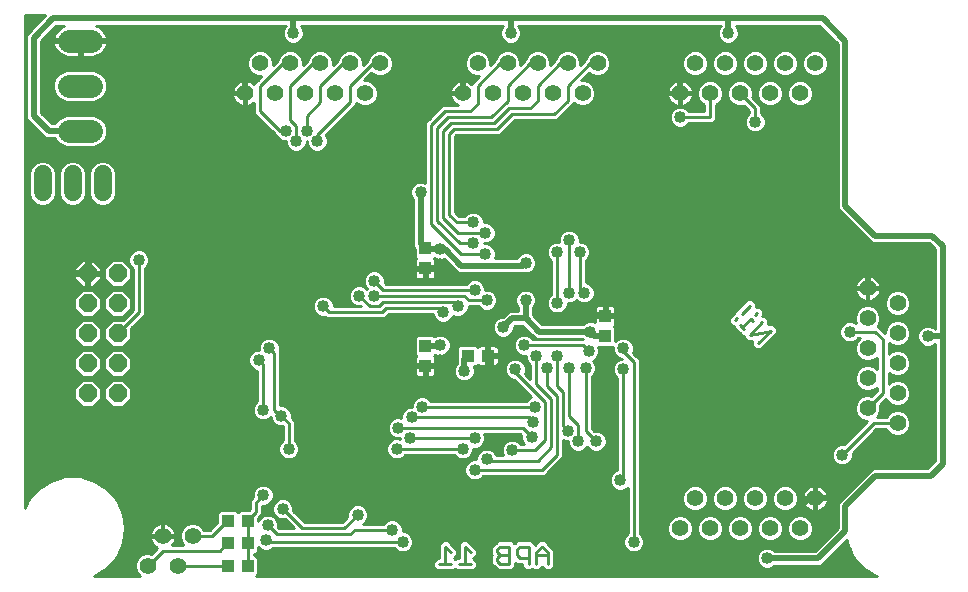
<source format=gbl>
G75*
G70*
%OFA0B0*%
%FSLAX24Y24*%
%IPPOS*%
%LPD*%
%AMOC8*
5,1,8,0,0,1.08239X$1,22.5*
%
%ADD10C,0.0110*%
%ADD11R,0.0394X0.0433*%
%ADD12OC8,0.0600*%
%ADD13C,0.0560*%
%ADD14R,0.0433X0.0394*%
%ADD15C,0.0600*%
%ADD16C,0.0750*%
%ADD17C,0.0200*%
%ADD18C,0.0400*%
%ADD19C,0.0100*%
D10*
X016781Y001613D02*
X017174Y001613D01*
X016977Y001613D02*
X016977Y002204D01*
X017174Y002007D01*
X017622Y002204D02*
X017622Y001613D01*
X017819Y001613D02*
X017425Y001613D01*
X017819Y002007D02*
X017622Y002204D01*
X018714Y002105D02*
X018714Y002007D01*
X018813Y001909D01*
X019108Y001909D01*
X019359Y001909D02*
X019457Y001810D01*
X019752Y001810D01*
X019752Y001613D02*
X019752Y002204D01*
X019457Y002204D01*
X019359Y002105D01*
X019359Y001909D01*
X019108Y002204D02*
X018813Y002204D01*
X018714Y002105D01*
X018813Y001909D02*
X018714Y001810D01*
X018714Y001712D01*
X018813Y001613D01*
X019108Y001613D01*
X019108Y002204D01*
X020003Y002007D02*
X020003Y001613D01*
X020003Y001909D02*
X020397Y001909D01*
X020397Y002007D02*
X020200Y002204D01*
X020003Y002007D01*
X020397Y002007D02*
X020397Y001613D01*
X027402Y008986D02*
X027819Y009404D01*
X027124Y009264D01*
X027541Y009682D01*
X027225Y009720D02*
X027155Y009790D01*
X026877Y009511D01*
X026946Y009442D02*
X026807Y009581D01*
X026642Y009746D02*
X026712Y009815D01*
X026851Y009954D02*
X027129Y010233D01*
X027364Y009998D02*
X027294Y009929D01*
D11*
X022302Y009893D03*
X022302Y009224D03*
X016302Y008893D03*
X016302Y008224D03*
X016302Y011474D03*
X016302Y012143D03*
X010387Y003058D03*
X009717Y003058D03*
X009717Y002308D03*
X010387Y002308D03*
X010387Y001558D03*
X009717Y001558D03*
D12*
X006052Y007308D03*
X005052Y007308D03*
X005052Y008308D03*
X006052Y008308D03*
X006052Y009308D03*
X005052Y009308D03*
X005052Y010308D03*
X006052Y010308D03*
X006052Y011308D03*
X005052Y011308D03*
D13*
X010302Y017308D03*
X011302Y017308D03*
X012302Y017308D03*
X013302Y017308D03*
X014302Y017308D03*
X014802Y018308D03*
X013802Y018308D03*
X012802Y018308D03*
X011802Y018308D03*
X010802Y018308D03*
X017552Y017308D03*
X018552Y017308D03*
X019552Y017308D03*
X020552Y017308D03*
X021552Y017308D03*
X022052Y018308D03*
X021052Y018308D03*
X020052Y018308D03*
X019052Y018308D03*
X018052Y018308D03*
X024802Y017308D03*
X025802Y017308D03*
X026802Y017308D03*
X027802Y017308D03*
X028802Y017308D03*
X029302Y018308D03*
X028302Y018308D03*
X027302Y018308D03*
X026302Y018308D03*
X025302Y018308D03*
X031052Y010808D03*
X032052Y010308D03*
X031052Y009808D03*
X032052Y009308D03*
X031052Y008808D03*
X032052Y008308D03*
X031052Y007808D03*
X032052Y007308D03*
X031052Y006808D03*
X032052Y006308D03*
X029302Y003808D03*
X028302Y003808D03*
X027302Y003808D03*
X026302Y003808D03*
X025302Y003808D03*
X025802Y002808D03*
X024802Y002808D03*
X026802Y002808D03*
X027802Y002808D03*
X028802Y002808D03*
X008552Y002558D03*
X007552Y002558D03*
X008052Y001558D03*
X007052Y001558D03*
D14*
X017717Y008558D03*
X018387Y008558D03*
D15*
X005552Y014008D02*
X005552Y014608D01*
X004552Y014608D02*
X004552Y014008D01*
X003552Y014008D02*
X003552Y014608D01*
D16*
X004427Y016058D02*
X005177Y016058D01*
X005177Y017558D02*
X004427Y017558D01*
X004427Y019058D02*
X005177Y019058D01*
D17*
X003902Y019808D02*
X003252Y019158D01*
X003252Y016558D01*
X003752Y016058D01*
X004802Y016058D01*
X006802Y018558D02*
X006802Y013408D01*
X005602Y012208D01*
X009902Y012208D01*
X010552Y011558D01*
X010552Y010908D01*
X005602Y012208D02*
X005052Y011658D01*
X005052Y011308D01*
X003852Y011308D01*
X003502Y010958D01*
X003502Y005708D01*
X004252Y004958D01*
X009202Y004958D01*
X009502Y004658D01*
X009752Y004408D01*
X011202Y004408D01*
X011352Y004258D01*
X012302Y004258D01*
X012302Y004758D01*
X012302Y004258D02*
X012452Y004258D01*
X013452Y003258D01*
X017602Y008058D02*
X017602Y008443D01*
X017717Y008558D01*
X017252Y008658D02*
X017252Y008858D01*
X017452Y009058D01*
X017652Y009058D01*
X017602Y009108D01*
X017652Y009058D02*
X018152Y009058D01*
X018152Y009508D01*
X018902Y010258D01*
X018902Y010758D01*
X018902Y011208D01*
X019702Y011208D01*
X019902Y011008D01*
X019902Y011108D01*
X020202Y011408D01*
X020202Y012358D01*
X019902Y012658D01*
X019652Y011658D02*
X019552Y011558D01*
X017502Y011558D01*
X016952Y012108D01*
X016802Y012108D01*
X016337Y012108D01*
X016302Y012143D01*
X016152Y012293D01*
X016152Y014008D01*
X015652Y014158D02*
X015652Y011758D01*
X015952Y011458D01*
X016302Y011458D01*
X016302Y011474D02*
X016667Y011474D01*
X016802Y011608D01*
X017202Y011208D01*
X018902Y011208D01*
X019902Y011008D02*
X020202Y010708D01*
X020202Y010108D01*
X020402Y009908D01*
X021802Y009908D01*
X022287Y009908D01*
X022302Y009893D01*
X022302Y009224D02*
X021937Y009224D01*
X021802Y009358D01*
X020102Y009358D01*
X019652Y009808D01*
X019202Y009808D01*
X018902Y009508D01*
X018402Y008908D02*
X018252Y009058D01*
X018152Y009058D01*
X018402Y008908D02*
X018402Y008574D01*
X018387Y008558D01*
X018502Y008443D01*
X018502Y008058D01*
X017252Y008658D02*
X017002Y008408D01*
X016802Y008408D01*
X016617Y008224D01*
X016302Y008224D01*
X016302Y008893D02*
X016787Y008893D01*
X016802Y008908D01*
X019652Y009808D02*
X019652Y010408D01*
X015652Y014158D02*
X016152Y014658D01*
X016152Y018858D01*
X017552Y018858D01*
X017552Y017308D01*
X017552Y018858D02*
X024802Y018858D01*
X024802Y017308D01*
X024802Y018858D02*
X029752Y018858D01*
X029902Y018708D01*
X029902Y013308D01*
X031052Y012158D01*
X031052Y010808D01*
X032202Y012158D02*
X032602Y011758D01*
X032602Y005208D01*
X032352Y004958D01*
X031002Y004958D01*
X029852Y003808D01*
X029302Y003808D01*
X029102Y003808D01*
X028602Y003308D01*
X024202Y003308D01*
X024002Y003108D01*
X024002Y001758D01*
X027702Y001808D02*
X029402Y001808D01*
X030302Y002708D01*
X030302Y003558D01*
X031302Y004558D01*
X033152Y004558D01*
X033552Y004958D01*
X033552Y009208D01*
X033052Y009208D01*
X033552Y009208D02*
X033552Y012208D01*
X033202Y012558D01*
X031302Y012558D01*
X030302Y013558D01*
X030302Y019058D01*
X029552Y019808D01*
X026402Y019808D01*
X026402Y019308D01*
X026402Y019808D02*
X019202Y019808D01*
X019152Y019758D01*
X019152Y019308D01*
X019202Y019808D02*
X011902Y019808D01*
X003902Y019808D01*
X006802Y018558D02*
X007552Y019308D01*
X008002Y018858D01*
X010302Y018858D01*
X016152Y018858D01*
X011902Y019308D02*
X011902Y019808D01*
X010302Y018858D02*
X010302Y017308D01*
X031052Y012158D02*
X032202Y012158D01*
D18*
X030052Y011808D03*
X030452Y009358D03*
X029052Y008308D03*
X025202Y010008D03*
X023202Y009258D03*
X022902Y008808D03*
X021752Y008708D03*
X021652Y008158D03*
X021102Y008158D03*
X020702Y008558D03*
X020352Y008158D03*
X020002Y008558D03*
X019602Y008908D03*
X018902Y009508D03*
X018352Y010408D03*
X017952Y010758D03*
X017402Y010208D03*
X016902Y010008D03*
X016802Y008908D03*
X016802Y008408D03*
X017602Y008058D03*
X018502Y008058D03*
X019302Y008108D03*
X019952Y006858D03*
X019902Y006358D03*
X019852Y005858D03*
X019202Y005408D03*
X018352Y005108D03*
X017952Y004758D03*
X017552Y005458D03*
X017952Y005808D03*
X016202Y006858D03*
X015852Y006508D03*
X015402Y006158D03*
X015802Y005808D03*
X015352Y005458D03*
X012302Y004758D03*
X011752Y005458D03*
X010552Y005408D03*
X009102Y004408D03*
X010902Y003908D03*
X011552Y003458D03*
X011052Y002908D03*
X011002Y002408D03*
X013452Y003258D03*
X014052Y003258D03*
X015202Y002758D03*
X015552Y002358D03*
X021052Y006058D03*
X021402Y005708D03*
X022002Y005708D03*
X022302Y006408D03*
X023852Y006458D03*
X022902Y008108D03*
X021802Y009358D03*
X021802Y009908D03*
X021602Y010658D03*
X021102Y010658D03*
X020702Y010308D03*
X019652Y010408D03*
X018902Y010758D03*
X019652Y011658D03*
X020702Y012008D03*
X021102Y012408D03*
X021452Y012008D03*
X019902Y012658D03*
X018302Y012658D03*
X017902Y012308D03*
X018302Y011958D03*
X016802Y012108D03*
X016802Y011608D03*
X014602Y011058D03*
X014602Y010558D03*
X014102Y010558D03*
X012902Y010208D03*
X011102Y008808D03*
X010752Y008408D03*
X010402Y008808D03*
X010552Y007708D03*
X010902Y006758D03*
X011502Y006558D03*
X010552Y010908D03*
X012052Y013108D03*
X016152Y014008D03*
X017902Y013008D03*
X022352Y013958D03*
X023202Y011308D03*
X024802Y016508D03*
X027302Y016358D03*
X026402Y019308D03*
X019152Y019308D03*
X012702Y015708D03*
X012352Y016058D03*
X012002Y015708D03*
X011652Y016058D03*
X006752Y013158D03*
X006752Y011758D03*
X007552Y019308D03*
X011902Y019308D03*
X033052Y009208D03*
X030202Y005258D03*
X029052Y005058D03*
X027702Y001808D03*
X024002Y001758D03*
X023252Y002358D03*
X022802Y004408D03*
D19*
X005279Y001216D02*
X005251Y001208D01*
X006794Y001208D01*
X006687Y001315D01*
X006622Y001473D01*
X006622Y001644D01*
X006687Y001802D01*
X006808Y001923D01*
X006966Y001988D01*
X007137Y001988D01*
X007181Y001970D01*
X007376Y002165D01*
X007326Y002191D01*
X007272Y002230D01*
X007224Y002278D01*
X007184Y002333D01*
X007153Y002393D01*
X007132Y002458D01*
X007122Y002524D01*
X007122Y002528D01*
X007522Y002528D01*
X007522Y002588D01*
X007122Y002588D01*
X007122Y002592D01*
X007132Y002659D01*
X007153Y002723D01*
X007184Y002784D01*
X007224Y002838D01*
X007272Y002886D01*
X007326Y002926D01*
X007387Y002957D01*
X007451Y002978D01*
X007518Y002988D01*
X007522Y002988D01*
X007522Y002589D01*
X007582Y002589D01*
X007582Y002988D01*
X007586Y002988D01*
X007653Y002978D01*
X007717Y002957D01*
X007777Y002926D01*
X007832Y002886D01*
X007880Y002838D01*
X007920Y002784D01*
X007950Y002723D01*
X007971Y002659D01*
X007982Y002592D01*
X007982Y002588D01*
X007582Y002588D01*
X007582Y002528D01*
X007982Y002528D01*
X007982Y002524D01*
X007971Y002458D01*
X007950Y002393D01*
X007920Y002333D01*
X007880Y002278D01*
X007860Y002258D01*
X008244Y002258D01*
X008187Y002315D01*
X008122Y002473D01*
X008122Y002644D01*
X008187Y002802D01*
X008308Y002923D01*
X008466Y002988D01*
X008637Y002988D01*
X008795Y002923D01*
X008916Y002802D01*
X008934Y002758D01*
X009119Y002758D01*
X009370Y003010D01*
X009370Y003337D01*
X009458Y003425D01*
X009976Y003425D01*
X010052Y003349D01*
X010128Y003425D01*
X010436Y003425D01*
X010452Y003441D01*
X010452Y003575D01*
X010452Y003741D01*
X010552Y003841D01*
X010552Y003978D01*
X010605Y004106D01*
X010704Y004205D01*
X010832Y004258D01*
X010971Y004258D01*
X011100Y004205D01*
X011199Y004106D01*
X011252Y003978D01*
X011252Y003839D01*
X011199Y003710D01*
X011100Y003612D01*
X010971Y003558D01*
X010852Y003558D01*
X010852Y003275D01*
X010735Y003158D01*
X010733Y003157D01*
X010733Y003054D01*
X010755Y003106D01*
X010854Y003205D01*
X010982Y003258D01*
X011121Y003258D01*
X011250Y003205D01*
X011349Y003106D01*
X011402Y002978D01*
X011402Y002841D01*
X011435Y002808D01*
X011919Y002808D01*
X011619Y003108D01*
X011482Y003108D01*
X011354Y003162D01*
X011255Y003260D01*
X011202Y003389D01*
X011202Y003528D01*
X011255Y003656D01*
X011354Y003755D01*
X011482Y003808D01*
X011621Y003808D01*
X011750Y003755D01*
X011849Y003656D01*
X011902Y003528D01*
X011902Y003391D01*
X012285Y003008D01*
X013519Y003008D01*
X013702Y003191D01*
X013702Y003328D01*
X013755Y003456D01*
X013854Y003555D01*
X013982Y003608D01*
X014121Y003608D01*
X014250Y003555D01*
X014349Y003456D01*
X014402Y003328D01*
X014402Y003189D01*
X014349Y003060D01*
X014250Y002962D01*
X014242Y002958D01*
X014907Y002958D01*
X015004Y003055D01*
X015132Y003108D01*
X015271Y003108D01*
X015400Y003055D01*
X015499Y002956D01*
X015552Y002828D01*
X015552Y002708D01*
X015621Y002708D01*
X015750Y002655D01*
X015849Y002556D01*
X015902Y002428D01*
X015902Y002289D01*
X015849Y002160D01*
X015750Y002062D01*
X015621Y002008D01*
X015482Y002008D01*
X015354Y002062D01*
X015257Y002158D01*
X011247Y002158D01*
X011200Y002112D01*
X011071Y002058D01*
X010932Y002058D01*
X010804Y002112D01*
X010733Y002182D01*
X010733Y002030D01*
X010646Y001942D01*
X010586Y001942D01*
X010586Y001925D01*
X010646Y001925D01*
X010733Y001837D01*
X010733Y001280D01*
X010662Y001208D01*
X031353Y001208D01*
X031325Y001216D01*
X030906Y001486D01*
X030580Y001862D01*
X030580Y001862D01*
X030373Y002315D01*
X030373Y002315D01*
X030359Y002412D01*
X029614Y001667D01*
X029543Y001596D01*
X029452Y001558D01*
X027947Y001558D01*
X027900Y001512D01*
X027771Y001458D01*
X027632Y001458D01*
X027504Y001512D01*
X027405Y001610D01*
X027352Y001739D01*
X027352Y001878D01*
X027405Y002006D01*
X027504Y002105D01*
X027632Y002158D01*
X027771Y002158D01*
X027900Y002105D01*
X027947Y002058D01*
X029298Y002058D01*
X030052Y002812D01*
X030052Y003608D01*
X030090Y003700D01*
X030160Y003770D01*
X031160Y004770D01*
X031252Y004808D01*
X031352Y004808D01*
X033048Y004808D01*
X033302Y005062D01*
X033302Y008958D01*
X033297Y008958D01*
X033250Y008912D01*
X033121Y008858D01*
X032982Y008858D01*
X032854Y008912D01*
X032755Y009010D01*
X032702Y009139D01*
X032447Y009139D01*
X032416Y009065D02*
X032482Y009223D01*
X032482Y009394D01*
X032416Y009552D01*
X032295Y009673D01*
X032137Y009738D01*
X031966Y009738D01*
X031808Y009673D01*
X031687Y009552D01*
X031622Y009394D01*
X031622Y009321D01*
X031397Y009546D01*
X031416Y009565D01*
X031482Y009723D01*
X031482Y009894D01*
X031416Y010052D01*
X031295Y010173D01*
X031137Y010238D01*
X030966Y010238D01*
X030808Y010173D01*
X030687Y010052D01*
X030622Y009894D01*
X030622Y009723D01*
X030650Y009655D01*
X030521Y009708D01*
X030382Y009708D01*
X030254Y009655D01*
X030155Y009556D01*
X030102Y009428D01*
X030102Y009289D01*
X030155Y009160D01*
X030254Y009062D01*
X030382Y009008D01*
X030521Y009008D01*
X030650Y009062D01*
X030747Y009158D01*
X030794Y009158D01*
X030687Y009052D01*
X030622Y008894D01*
X030622Y008723D01*
X030687Y008565D01*
X030808Y008444D01*
X030966Y008378D01*
X031137Y008378D01*
X031295Y008444D01*
X031352Y008500D01*
X031352Y008116D01*
X031295Y008173D01*
X031137Y008238D01*
X030966Y008238D01*
X030808Y008173D01*
X030687Y008052D01*
X030622Y007894D01*
X030622Y007723D01*
X030687Y007565D01*
X030808Y007444D01*
X030966Y007378D01*
X031137Y007378D01*
X031295Y007444D01*
X031352Y007500D01*
X031352Y007391D01*
X031181Y007220D01*
X031137Y007238D01*
X030966Y007238D01*
X030808Y007173D01*
X030687Y007052D01*
X030622Y006894D01*
X030622Y006723D01*
X030687Y006565D01*
X030808Y006444D01*
X030966Y006378D01*
X031039Y006378D01*
X030269Y005608D01*
X030132Y005608D01*
X030004Y005555D01*
X029905Y005456D01*
X029852Y005328D01*
X029852Y005189D01*
X029905Y005060D01*
X030004Y004962D01*
X030132Y004908D01*
X030271Y004908D01*
X030400Y004962D01*
X030499Y005060D01*
X030552Y005189D01*
X030552Y005325D01*
X031335Y006108D01*
X031669Y006108D01*
X031687Y006065D01*
X031808Y005944D01*
X031966Y005878D01*
X032137Y005878D01*
X032295Y005944D01*
X032416Y006065D01*
X032482Y006223D01*
X032482Y006394D01*
X032416Y006552D01*
X032295Y006673D01*
X032137Y006738D01*
X031966Y006738D01*
X031808Y006673D01*
X031687Y006552D01*
X031669Y006508D01*
X031360Y006508D01*
X031416Y006565D01*
X031482Y006723D01*
X031482Y006894D01*
X031464Y006937D01*
X031659Y007133D01*
X031687Y007065D01*
X031808Y006944D01*
X031966Y006878D01*
X032137Y006878D01*
X032295Y006944D01*
X032416Y007065D01*
X032482Y007223D01*
X032482Y007394D01*
X032416Y007552D01*
X032295Y007673D01*
X032137Y007738D01*
X031966Y007738D01*
X031808Y007673D01*
X031752Y007616D01*
X031752Y008000D01*
X031808Y007944D01*
X031966Y007878D01*
X032137Y007878D01*
X032295Y007944D01*
X032416Y008065D01*
X032482Y008223D01*
X032482Y008394D01*
X032416Y008552D01*
X032295Y008673D01*
X032137Y008738D01*
X031966Y008738D01*
X031808Y008673D01*
X031752Y008616D01*
X031752Y009000D01*
X031808Y008944D01*
X031966Y008878D01*
X032137Y008878D01*
X032295Y008944D01*
X032416Y009065D01*
X032392Y009040D02*
X032743Y009040D01*
X032702Y009139D02*
X032702Y009278D01*
X032755Y009406D01*
X032854Y009505D01*
X032982Y009558D01*
X033121Y009558D01*
X033250Y009505D01*
X033297Y009458D01*
X033302Y009458D01*
X033302Y012105D01*
X033098Y012308D01*
X031252Y012308D01*
X031160Y012346D01*
X031090Y012417D01*
X030090Y013417D01*
X030052Y013509D01*
X030052Y013608D01*
X030052Y018955D01*
X029448Y019558D01*
X026652Y019558D01*
X026652Y019553D01*
X026699Y019506D01*
X026752Y019378D01*
X026752Y019239D01*
X026699Y019110D01*
X026600Y019012D01*
X026471Y018958D01*
X026332Y018958D01*
X026204Y019012D01*
X026105Y019110D01*
X026052Y019239D01*
X026052Y019378D01*
X026105Y019506D01*
X026152Y019553D01*
X026152Y019558D01*
X019402Y019558D01*
X019402Y019553D01*
X019449Y019506D01*
X019502Y019378D01*
X019502Y019239D01*
X019449Y019110D01*
X019350Y019012D01*
X019221Y018958D01*
X019082Y018958D01*
X018954Y019012D01*
X018855Y019110D01*
X018802Y019239D01*
X018802Y019378D01*
X018855Y019506D01*
X018902Y019553D01*
X018902Y019558D01*
X012152Y019558D01*
X012152Y019553D01*
X012199Y019506D01*
X012252Y019378D01*
X012252Y019239D01*
X012199Y019110D01*
X012100Y019012D01*
X011971Y018958D01*
X011832Y018958D01*
X011704Y019012D01*
X011605Y019110D01*
X011552Y019239D01*
X011552Y019378D01*
X011605Y019506D01*
X011652Y019553D01*
X011652Y019558D01*
X005337Y019558D01*
X005378Y019545D01*
X005452Y019507D01*
X005519Y019459D01*
X005577Y019400D01*
X005626Y019333D01*
X005663Y019260D01*
X005689Y019181D01*
X005700Y019108D01*
X004852Y019108D01*
X004852Y019008D01*
X004852Y018533D01*
X005218Y018533D01*
X005300Y018546D01*
X005378Y018572D01*
X005452Y018609D01*
X005519Y018658D01*
X005577Y018716D01*
X005626Y018783D01*
X005663Y018857D01*
X005689Y018935D01*
X005700Y019008D01*
X004852Y019008D01*
X004752Y019008D01*
X004752Y018533D01*
X004386Y018533D01*
X004304Y018546D01*
X004225Y018572D01*
X004152Y018609D01*
X004085Y018658D01*
X004026Y018716D01*
X003978Y018783D01*
X003940Y018857D01*
X003915Y018935D01*
X003903Y019008D01*
X004752Y019008D01*
X004752Y019108D01*
X003903Y019108D01*
X003915Y019181D01*
X003940Y019260D01*
X003978Y019333D01*
X004026Y019400D01*
X004085Y019459D01*
X004152Y019507D01*
X004225Y019545D01*
X004267Y019558D01*
X004005Y019558D01*
X003502Y019055D01*
X003502Y016662D01*
X003855Y016308D01*
X003962Y016308D01*
X003982Y016356D01*
X004129Y016503D01*
X004322Y016583D01*
X005281Y016583D01*
X005474Y016503D01*
X005622Y016356D01*
X005702Y016163D01*
X005702Y015954D01*
X005622Y015761D01*
X005474Y015613D01*
X005281Y015533D01*
X004322Y015533D01*
X004129Y015613D01*
X003982Y015761D01*
X003962Y015808D01*
X003702Y015808D01*
X003610Y015846D01*
X003540Y015917D01*
X003540Y015917D01*
X003040Y016417D01*
X003002Y016509D01*
X003002Y016608D01*
X003002Y019208D01*
X003040Y019300D01*
X003110Y019370D01*
X003110Y019370D01*
X003648Y019908D01*
X002952Y019908D01*
X002952Y003474D01*
X003080Y003754D01*
X003080Y003754D01*
X003406Y004131D01*
X003406Y004131D01*
X003406Y004131D01*
X003825Y004400D01*
X003825Y004400D01*
X004303Y004540D01*
X004303Y004540D01*
X004801Y004540D01*
X004801Y004540D01*
X005279Y004400D01*
X005279Y004400D01*
X005698Y004131D01*
X005698Y004131D01*
X006024Y003754D01*
X006024Y003754D01*
X006231Y003301D01*
X006231Y003301D01*
X006302Y002808D01*
X006231Y002315D01*
X006231Y002315D01*
X006024Y001862D01*
X006024Y001862D01*
X005698Y001486D01*
X005698Y001486D01*
X005698Y001486D01*
X005279Y001216D01*
X005279Y001216D01*
X005339Y001255D02*
X006747Y001255D01*
X006671Y001354D02*
X005493Y001354D01*
X005646Y001452D02*
X006630Y001452D01*
X006622Y001551D02*
X005754Y001551D01*
X005840Y001650D02*
X006624Y001650D01*
X006665Y001748D02*
X005925Y001748D01*
X006011Y001847D02*
X006732Y001847D01*
X006862Y001945D02*
X006062Y001945D01*
X006107Y002044D02*
X007255Y002044D01*
X007353Y002142D02*
X006152Y002142D01*
X006197Y002241D02*
X007261Y002241D01*
X007181Y002339D02*
X006234Y002339D01*
X006249Y002438D02*
X007139Y002438D01*
X007129Y002635D02*
X006277Y002635D01*
X006291Y002734D02*
X007159Y002734D01*
X007219Y002832D02*
X006298Y002832D01*
X006284Y002931D02*
X007336Y002931D01*
X007522Y002931D02*
X007582Y002931D01*
X007582Y002832D02*
X007522Y002832D01*
X007522Y002734D02*
X007582Y002734D01*
X007582Y002635D02*
X007522Y002635D01*
X007522Y002536D02*
X006263Y002536D01*
X006270Y003029D02*
X009370Y003029D01*
X009370Y003128D02*
X006256Y003128D01*
X006242Y003226D02*
X009370Y003226D01*
X009370Y003325D02*
X006220Y003325D01*
X006175Y003423D02*
X009457Y003423D01*
X009702Y003058D02*
X009202Y002558D01*
X008552Y002558D01*
X008159Y002734D02*
X007945Y002734D01*
X007975Y002635D02*
X008122Y002635D01*
X008122Y002536D02*
X007582Y002536D01*
X007923Y002339D02*
X008177Y002339D01*
X008136Y002438D02*
X007965Y002438D01*
X007884Y002832D02*
X008218Y002832D01*
X008327Y002931D02*
X007768Y002931D01*
X008777Y002931D02*
X009291Y002931D01*
X009193Y002832D02*
X008886Y002832D01*
X009702Y003058D02*
X009717Y003058D01*
X009978Y003423D02*
X010126Y003423D01*
X010452Y003522D02*
X006130Y003522D01*
X006085Y003620D02*
X010452Y003620D01*
X010452Y003719D02*
X006040Y003719D01*
X005969Y003817D02*
X010528Y003817D01*
X010552Y003916D02*
X005884Y003916D01*
X005799Y004015D02*
X010567Y004015D01*
X010612Y004113D02*
X005713Y004113D01*
X005572Y004212D02*
X010720Y004212D01*
X011084Y004212D02*
X022504Y004212D01*
X022505Y004210D02*
X022604Y004112D01*
X022732Y004058D01*
X022871Y004058D01*
X023000Y004112D01*
X023052Y004163D01*
X023052Y002653D01*
X022955Y002556D01*
X022902Y002428D01*
X022902Y002289D01*
X022955Y002160D01*
X023054Y002062D01*
X023182Y002008D01*
X023321Y002008D01*
X023450Y002062D01*
X023549Y002160D01*
X023602Y002289D01*
X023602Y002428D01*
X023549Y002556D01*
X023452Y002653D01*
X023452Y008441D01*
X023335Y008558D01*
X023223Y008670D01*
X023252Y008739D01*
X023252Y008878D01*
X023199Y009006D01*
X023100Y009105D01*
X022971Y009158D01*
X022832Y009158D01*
X022704Y009105D01*
X022649Y009050D01*
X022649Y009502D01*
X022593Y009558D01*
X022619Y009584D01*
X022638Y009618D01*
X022649Y009657D01*
X022649Y009844D01*
X022351Y009844D01*
X022351Y009941D01*
X022649Y009941D01*
X022649Y010129D01*
X022638Y010167D01*
X022619Y010202D01*
X022591Y010229D01*
X022557Y010249D01*
X022518Y010259D01*
X022350Y010259D01*
X022350Y009942D01*
X022253Y009942D01*
X022253Y010259D01*
X022085Y010259D01*
X022047Y010249D01*
X022013Y010229D01*
X021985Y010202D01*
X021965Y010167D01*
X021955Y010129D01*
X021955Y009941D01*
X022253Y009941D01*
X022253Y009844D01*
X021955Y009844D01*
X021955Y009674D01*
X021871Y009708D01*
X021732Y009708D01*
X021604Y009655D01*
X021557Y009608D01*
X020205Y009608D01*
X019902Y009912D01*
X019902Y010163D01*
X019949Y010210D01*
X020002Y010339D01*
X020002Y010478D01*
X019949Y010606D01*
X019850Y010705D01*
X019721Y010758D01*
X019582Y010758D01*
X019454Y010705D01*
X019355Y010606D01*
X019302Y010478D01*
X019302Y010339D01*
X019355Y010210D01*
X019402Y010163D01*
X019402Y010058D01*
X019252Y010058D01*
X019152Y010058D01*
X019060Y010020D01*
X018898Y009858D01*
X018832Y009858D01*
X018704Y009805D01*
X018605Y009706D01*
X018552Y009578D01*
X018552Y009439D01*
X018605Y009310D01*
X018704Y009212D01*
X018832Y009158D01*
X018971Y009158D01*
X019100Y009212D01*
X019199Y009310D01*
X019252Y009439D01*
X019252Y009505D01*
X019305Y009558D01*
X019548Y009558D01*
X019890Y009217D01*
X019960Y009146D01*
X020052Y009108D01*
X021557Y009108D01*
X019897Y009108D01*
X019800Y009205D01*
X019671Y009258D01*
X019532Y009258D01*
X019404Y009205D01*
X019305Y009106D01*
X019252Y008978D01*
X019252Y008839D01*
X019305Y008710D01*
X019404Y008612D01*
X019532Y008558D01*
X019652Y008558D01*
X019652Y008489D01*
X019705Y008360D01*
X019802Y008263D01*
X019802Y007791D01*
X019623Y007970D01*
X019652Y008039D01*
X019652Y008178D01*
X019599Y008306D01*
X019500Y008405D01*
X019371Y008458D01*
X019232Y008458D01*
X019104Y008405D01*
X019005Y008306D01*
X018952Y008178D01*
X018952Y008039D01*
X019005Y007910D01*
X019104Y007812D01*
X019232Y007758D01*
X019269Y007758D01*
X019838Y007190D01*
X019754Y007155D01*
X019657Y007058D01*
X016497Y007058D01*
X016400Y007155D01*
X016271Y007208D01*
X016132Y007208D01*
X016004Y007155D01*
X015905Y007056D01*
X015852Y006928D01*
X015852Y006858D01*
X015782Y006858D01*
X015654Y006805D01*
X015555Y006706D01*
X015502Y006578D01*
X015502Y006496D01*
X015471Y006508D01*
X015332Y006508D01*
X015204Y006455D01*
X015105Y006356D01*
X015052Y006228D01*
X015052Y006089D01*
X015105Y005960D01*
X015204Y005862D01*
X015332Y005808D01*
X015452Y005808D01*
X015452Y005796D01*
X015421Y005808D01*
X015282Y005808D01*
X015154Y005755D01*
X015055Y005656D01*
X015002Y005528D01*
X015002Y005389D01*
X015055Y005260D01*
X015154Y005162D01*
X015282Y005108D01*
X015421Y005108D01*
X015550Y005162D01*
X015647Y005258D01*
X017257Y005258D01*
X017354Y005162D01*
X017482Y005108D01*
X017621Y005108D01*
X017750Y005162D01*
X017849Y005260D01*
X017902Y005389D01*
X017902Y005458D01*
X018021Y005458D01*
X018150Y005512D01*
X018249Y005610D01*
X018302Y005739D01*
X018302Y005878D01*
X018269Y005958D01*
X019469Y005958D01*
X019502Y005925D01*
X019502Y005789D01*
X019555Y005660D01*
X019607Y005608D01*
X019497Y005608D01*
X019400Y005705D01*
X019271Y005758D01*
X019132Y005758D01*
X019004Y005705D01*
X018905Y005606D01*
X018852Y005478D01*
X018852Y005339D01*
X018885Y005258D01*
X018669Y005258D01*
X018649Y005306D01*
X018550Y005405D01*
X018421Y005458D01*
X018282Y005458D01*
X018154Y005405D01*
X018055Y005306D01*
X018002Y005178D01*
X018002Y005108D01*
X017882Y005108D01*
X017754Y005055D01*
X017655Y004956D01*
X017602Y004828D01*
X017602Y004689D01*
X017655Y004560D01*
X017754Y004462D01*
X017882Y004408D01*
X018021Y004408D01*
X018150Y004462D01*
X018247Y004558D01*
X020285Y004558D01*
X020402Y004675D01*
X020902Y005175D01*
X020902Y005341D01*
X020902Y005742D01*
X020982Y005708D01*
X021052Y005708D01*
X021052Y005639D01*
X021105Y005510D01*
X021204Y005412D01*
X021332Y005358D01*
X021471Y005358D01*
X021600Y005412D01*
X021699Y005510D01*
X021702Y005518D01*
X021705Y005510D01*
X021804Y005412D01*
X021932Y005358D01*
X022071Y005358D01*
X022200Y005412D01*
X022299Y005510D01*
X022352Y005639D01*
X022352Y005778D01*
X022299Y005906D01*
X022200Y006005D01*
X022071Y006058D01*
X021935Y006058D01*
X021852Y006141D01*
X021852Y007863D01*
X021949Y007960D01*
X022002Y008089D01*
X022002Y008228D01*
X021949Y008356D01*
X021910Y008395D01*
X021950Y008412D01*
X022049Y008510D01*
X022102Y008639D01*
X022102Y008778D01*
X022069Y008857D01*
X022552Y008857D01*
X022552Y008739D01*
X022605Y008610D01*
X022704Y008512D01*
X022832Y008458D01*
X022704Y008405D01*
X022605Y008306D01*
X022552Y008178D01*
X022552Y008039D01*
X022605Y007910D01*
X022702Y007813D01*
X022702Y004746D01*
X022604Y004705D01*
X022505Y004606D01*
X020332Y004606D01*
X020431Y004704D02*
X022603Y004704D01*
X022505Y004606D02*
X022452Y004478D01*
X022452Y004339D01*
X022505Y004210D01*
X022464Y004310D02*
X005419Y004310D01*
X005249Y004409D02*
X017881Y004409D01*
X018023Y004409D02*
X022452Y004409D01*
X022464Y004507D02*
X018196Y004507D01*
X017952Y004758D02*
X020202Y004758D01*
X020702Y005258D01*
X020702Y007208D01*
X020352Y007558D01*
X020352Y008158D01*
X019802Y008153D02*
X019652Y008153D01*
X019652Y008055D02*
X019802Y008055D01*
X019802Y007956D02*
X019637Y007956D01*
X019735Y007858D02*
X019802Y007858D01*
X020002Y007608D02*
X020502Y007108D01*
X020502Y005508D01*
X020052Y005058D01*
X018402Y005058D01*
X018352Y005108D01*
X018010Y005197D02*
X017786Y005197D01*
X017859Y005099D02*
X002952Y005099D01*
X002952Y005197D02*
X011518Y005197D01*
X011554Y005162D02*
X011455Y005260D01*
X011402Y005389D01*
X011402Y005528D01*
X011455Y005656D01*
X011552Y005753D01*
X011552Y006208D01*
X011432Y006208D01*
X011304Y006262D01*
X011205Y006360D01*
X011152Y006489D01*
X011152Y006513D01*
X011100Y006462D01*
X010971Y006408D01*
X010832Y006408D01*
X010704Y006462D01*
X010605Y006560D01*
X010552Y006689D01*
X010552Y006828D01*
X010605Y006956D01*
X010702Y007053D01*
X010702Y008058D01*
X010682Y008058D01*
X010554Y008112D01*
X010455Y008210D01*
X010402Y008339D01*
X010402Y008478D01*
X010455Y008606D01*
X010554Y008705D01*
X010682Y008758D01*
X010752Y008758D01*
X010752Y008878D01*
X010805Y009006D01*
X010904Y009105D01*
X011032Y009158D01*
X011171Y009158D01*
X011300Y009105D01*
X011399Y009006D01*
X011452Y008878D01*
X011452Y008739D01*
X011452Y008575D01*
X011452Y006908D01*
X011571Y006908D01*
X011700Y006855D01*
X011799Y006756D01*
X011852Y006628D01*
X011852Y006491D01*
X011952Y006391D01*
X011952Y006225D01*
X011952Y005753D01*
X012049Y005656D01*
X012102Y005528D01*
X012102Y005389D01*
X012049Y005260D01*
X011950Y005162D01*
X011821Y005108D01*
X011682Y005108D01*
X011554Y005162D01*
X011440Y005296D02*
X002952Y005296D01*
X002952Y005394D02*
X011402Y005394D01*
X011402Y005493D02*
X002952Y005493D01*
X002952Y005591D02*
X011428Y005591D01*
X011488Y005690D02*
X002952Y005690D01*
X002952Y005788D02*
X011552Y005788D01*
X011552Y005887D02*
X002952Y005887D01*
X002952Y005985D02*
X011552Y005985D01*
X011552Y006084D02*
X002952Y006084D01*
X002952Y006183D02*
X011552Y006183D01*
X011752Y006308D02*
X011502Y006558D01*
X011452Y006558D01*
X011252Y006758D01*
X011252Y008658D01*
X011102Y008808D01*
X011425Y008942D02*
X015955Y008942D01*
X015955Y009040D02*
X011365Y009040D01*
X011218Y009139D02*
X015955Y009139D01*
X015955Y009172D02*
X015955Y008614D01*
X016011Y008558D01*
X015985Y008532D01*
X015965Y008498D01*
X015955Y008460D01*
X015955Y008272D01*
X016253Y008272D01*
X016253Y008175D01*
X015955Y008175D01*
X015955Y007987D01*
X015965Y007949D01*
X015985Y007915D01*
X016013Y007887D01*
X016047Y007867D01*
X016085Y007857D01*
X016253Y007857D01*
X016253Y008175D01*
X016350Y008175D01*
X016350Y007857D01*
X016518Y007857D01*
X016557Y007867D01*
X016591Y007887D01*
X016619Y007915D01*
X016638Y007949D01*
X016649Y007987D01*
X016649Y008175D01*
X016351Y008175D01*
X016351Y008272D01*
X016649Y008272D01*
X016649Y008460D01*
X016638Y008498D01*
X016619Y008532D01*
X016593Y008558D01*
X016634Y008599D01*
X016732Y008558D01*
X016871Y008558D01*
X017000Y008612D01*
X017099Y008710D01*
X017152Y008839D01*
X017152Y008978D01*
X017099Y009106D01*
X017000Y009205D01*
X016871Y009258D01*
X016732Y009258D01*
X016612Y009208D01*
X016561Y009259D01*
X016043Y009259D01*
X015955Y009172D01*
X016021Y009237D02*
X006502Y009237D01*
X006502Y009139D02*
X010985Y009139D01*
X010839Y009040D02*
X006420Y009040D01*
X006502Y009122D02*
X006238Y008858D01*
X005865Y008858D01*
X005602Y009122D01*
X005602Y009495D01*
X005865Y009758D01*
X006219Y009758D01*
X006552Y010091D01*
X006552Y011463D01*
X006455Y011560D01*
X006402Y011689D01*
X006402Y011828D01*
X006455Y011956D01*
X006554Y012055D01*
X006682Y012108D01*
X006821Y012108D01*
X006950Y012055D01*
X007049Y011956D01*
X007102Y011828D01*
X007102Y011689D01*
X007049Y011560D01*
X006952Y011463D01*
X006952Y010091D01*
X006952Y009925D01*
X006502Y009475D01*
X006502Y009122D01*
X006502Y009336D02*
X018594Y009336D01*
X018554Y009434D02*
X006502Y009434D01*
X006559Y009533D02*
X018552Y009533D01*
X018574Y009632D02*
X006658Y009632D01*
X006757Y009730D02*
X016685Y009730D01*
X016704Y009712D02*
X016832Y009658D01*
X016971Y009658D01*
X017100Y009712D01*
X017199Y009810D01*
X017235Y009898D01*
X017332Y009858D01*
X017471Y009858D01*
X017600Y009912D01*
X017699Y010010D01*
X017752Y010139D01*
X017752Y010208D01*
X017835Y010208D01*
X018057Y010208D01*
X018154Y010112D01*
X018282Y010058D01*
X018421Y010058D01*
X018550Y010112D01*
X018649Y010210D01*
X018702Y010339D01*
X018702Y010478D01*
X018649Y010606D01*
X018550Y010705D01*
X018421Y010758D01*
X018302Y010758D01*
X018302Y010828D01*
X018249Y010956D01*
X018150Y011055D01*
X018021Y011108D01*
X017882Y011108D01*
X017754Y011055D01*
X017657Y010958D01*
X014985Y010958D01*
X014952Y010991D01*
X014952Y011128D01*
X014899Y011256D01*
X014800Y011355D01*
X014671Y011408D01*
X014532Y011408D01*
X014404Y011355D01*
X014305Y011256D01*
X014252Y011128D01*
X014252Y010989D01*
X014305Y010860D01*
X014357Y010808D01*
X014352Y010803D01*
X014300Y010855D01*
X014171Y010908D01*
X014032Y010908D01*
X013904Y010855D01*
X013805Y010756D01*
X013752Y010628D01*
X013752Y010489D01*
X013805Y010360D01*
X013904Y010262D01*
X014032Y010208D01*
X014169Y010208D01*
X013252Y010208D01*
X013252Y010278D01*
X013199Y010406D01*
X013100Y010505D01*
X012971Y010558D01*
X012832Y010558D01*
X012704Y010505D01*
X012605Y010406D01*
X012552Y010278D01*
X012552Y010139D01*
X012605Y010010D01*
X012704Y009912D01*
X012832Y009858D01*
X012969Y009858D01*
X013019Y009808D01*
X013185Y009808D01*
X014935Y009808D01*
X015052Y009925D01*
X015085Y009958D01*
X016552Y009958D01*
X016552Y009939D01*
X016605Y009810D01*
X016704Y009712D01*
X016597Y009829D02*
X014955Y009829D01*
X015054Y009927D02*
X016557Y009927D01*
X016752Y010158D02*
X015002Y010158D01*
X014852Y010008D01*
X013102Y010008D01*
X012902Y010208D01*
X012552Y010223D02*
X006952Y010223D01*
X006952Y010321D02*
X012570Y010321D01*
X012619Y010420D02*
X006952Y010420D01*
X006952Y010518D02*
X012736Y010518D01*
X013068Y010518D02*
X013752Y010518D01*
X013752Y010617D02*
X006952Y010617D01*
X006952Y010716D02*
X013788Y010716D01*
X013863Y010814D02*
X006952Y010814D01*
X006952Y010913D02*
X014283Y010913D01*
X014252Y011011D02*
X006952Y011011D01*
X006952Y011110D02*
X014252Y011110D01*
X014285Y011208D02*
X006952Y011208D01*
X006952Y011307D02*
X014355Y011307D01*
X014525Y011405D02*
X006952Y011405D01*
X006992Y011504D02*
X016253Y011504D01*
X016253Y011522D02*
X016253Y011425D01*
X015955Y011425D01*
X015955Y011237D01*
X015965Y011199D01*
X015985Y011165D01*
X016013Y011137D01*
X016047Y011117D01*
X016085Y011107D01*
X016253Y011107D01*
X016253Y011425D01*
X016350Y011425D01*
X016350Y011107D01*
X016518Y011107D01*
X016557Y011117D01*
X016591Y011137D01*
X016619Y011165D01*
X016638Y011199D01*
X016649Y011237D01*
X016649Y011425D01*
X016351Y011425D01*
X016351Y011522D01*
X016649Y011522D01*
X016649Y011710D01*
X016638Y011748D01*
X016619Y011782D01*
X016593Y011808D01*
X016600Y011815D01*
X016604Y011812D01*
X016732Y011758D01*
X016871Y011758D01*
X016926Y011781D01*
X017290Y011417D01*
X017360Y011346D01*
X017452Y011308D01*
X019502Y011308D01*
X019582Y011308D01*
X019721Y011308D01*
X019850Y011362D01*
X019949Y011460D01*
X020002Y011589D01*
X020002Y011728D01*
X019949Y011856D01*
X019850Y011955D01*
X019721Y012008D01*
X019582Y012008D01*
X019454Y011955D01*
X019355Y011856D01*
X019335Y011808D01*
X018619Y011808D01*
X018652Y011889D01*
X018652Y012028D01*
X018599Y012156D01*
X018500Y012255D01*
X018371Y012308D01*
X018500Y012362D01*
X018599Y012460D01*
X018652Y012589D01*
X018652Y012728D01*
X018599Y012856D01*
X018500Y012955D01*
X018371Y013008D01*
X018252Y013008D01*
X018252Y013078D01*
X018199Y013206D01*
X018100Y013305D01*
X017971Y013358D01*
X017832Y013358D01*
X017704Y013305D01*
X017607Y013208D01*
X017435Y013208D01*
X017302Y013341D01*
X017302Y015875D01*
X017335Y015908D01*
X018785Y015908D01*
X018902Y016025D01*
X019285Y016408D01*
X020685Y016408D01*
X020802Y016525D01*
X021252Y016975D01*
X021252Y017000D01*
X021308Y016944D01*
X021466Y016878D01*
X021637Y016878D01*
X021795Y016944D01*
X021916Y017065D01*
X021982Y017223D01*
X021982Y017394D01*
X021916Y017552D01*
X021795Y017673D01*
X021637Y017738D01*
X021515Y017738D01*
X021764Y017988D01*
X021808Y017944D01*
X021966Y017878D01*
X022137Y017878D01*
X022295Y017944D01*
X022416Y018065D01*
X022482Y018223D01*
X022482Y018394D01*
X022416Y018552D01*
X022295Y018673D01*
X022137Y018738D01*
X021966Y018738D01*
X021808Y018673D01*
X021687Y018552D01*
X021634Y018423D01*
X021482Y018271D01*
X021482Y018394D01*
X021416Y018552D01*
X021295Y018673D01*
X021137Y018738D01*
X020966Y018738D01*
X020808Y018673D01*
X020687Y018552D01*
X020634Y018423D01*
X020482Y018271D01*
X020482Y018394D01*
X020416Y018552D01*
X020295Y018673D01*
X020137Y018738D01*
X019966Y018738D01*
X019808Y018673D01*
X019687Y018552D01*
X019634Y018423D01*
X019482Y018271D01*
X019482Y018394D01*
X019416Y018552D01*
X019295Y018673D01*
X019137Y018738D01*
X018966Y018738D01*
X018808Y018673D01*
X018687Y018552D01*
X018634Y018423D01*
X018482Y018271D01*
X018482Y018394D01*
X018416Y018552D01*
X018295Y018673D01*
X018137Y018738D01*
X017966Y018738D01*
X017808Y018673D01*
X017687Y018552D01*
X017622Y018394D01*
X017622Y018223D01*
X017687Y018065D01*
X017808Y017944D01*
X017966Y017878D01*
X018089Y017878D01*
X017969Y017758D01*
X017852Y017641D01*
X017852Y017616D01*
X017832Y017636D01*
X017777Y017676D01*
X017717Y017707D01*
X017653Y017728D01*
X017586Y017738D01*
X017582Y017738D01*
X017582Y017339D01*
X017522Y017339D01*
X017522Y017738D01*
X017518Y017738D01*
X017451Y017728D01*
X017387Y017707D01*
X017326Y017676D01*
X017272Y017636D01*
X017224Y017588D01*
X017184Y017534D01*
X017153Y017473D01*
X017132Y017409D01*
X017122Y017342D01*
X017122Y017338D01*
X017522Y017338D01*
X017522Y017278D01*
X017122Y017278D01*
X017122Y017274D01*
X017132Y017208D01*
X017153Y017143D01*
X017184Y017083D01*
X017224Y017028D01*
X017272Y016980D01*
X017326Y016941D01*
X017387Y016910D01*
X017392Y016908D01*
X017035Y016908D01*
X016869Y016908D01*
X016419Y016458D01*
X016302Y016341D01*
X016302Y014325D01*
X016221Y014358D01*
X016082Y014358D01*
X015954Y014305D01*
X015855Y014206D01*
X015802Y014078D01*
X015802Y013939D01*
X015855Y013810D01*
X015902Y013763D01*
X015902Y012343D01*
X015902Y012243D01*
X015940Y012151D01*
X015955Y012136D01*
X015955Y011864D01*
X016011Y011808D01*
X015985Y011782D01*
X015965Y011748D01*
X015955Y011710D01*
X015955Y011522D01*
X016253Y011522D01*
X016351Y011504D02*
X017203Y011504D01*
X017301Y011405D02*
X016649Y011405D01*
X016649Y011307D02*
X020502Y011307D01*
X020502Y011405D02*
X019894Y011405D01*
X019967Y011504D02*
X020502Y011504D01*
X020502Y011602D02*
X020002Y011602D01*
X020002Y011701D02*
X020502Y011701D01*
X020502Y011713D02*
X020502Y010603D01*
X020405Y010506D01*
X020352Y010378D01*
X020352Y010239D01*
X020405Y010110D01*
X020504Y010012D01*
X020632Y009958D01*
X020771Y009958D01*
X020900Y010012D01*
X020999Y010110D01*
X021052Y010239D01*
X021052Y010308D01*
X021171Y010308D01*
X021300Y010362D01*
X021352Y010413D01*
X021404Y010362D01*
X021532Y010308D01*
X021671Y010308D01*
X021800Y010362D01*
X021899Y010460D01*
X021952Y010589D01*
X021952Y010728D01*
X021899Y010856D01*
X021800Y010955D01*
X021671Y011008D01*
X021652Y011008D01*
X021652Y011713D01*
X021749Y011810D01*
X021802Y011939D01*
X021802Y012078D01*
X021749Y012206D01*
X021650Y012305D01*
X021521Y012358D01*
X021452Y012358D01*
X021452Y012478D01*
X021399Y012606D01*
X021300Y012705D01*
X021171Y012758D01*
X021032Y012758D01*
X020904Y012705D01*
X020805Y012606D01*
X020752Y012478D01*
X020752Y012358D01*
X020632Y012358D01*
X020504Y012305D01*
X020405Y012206D01*
X020352Y012078D01*
X020352Y011939D01*
X020405Y011810D01*
X020502Y011713D01*
X020416Y011799D02*
X019972Y011799D01*
X019907Y011898D02*
X020369Y011898D01*
X020352Y011997D02*
X019750Y011997D01*
X019554Y011997D02*
X018652Y011997D01*
X018652Y011898D02*
X019397Y011898D01*
X018624Y012095D02*
X020359Y012095D01*
X020400Y012194D02*
X018561Y012194D01*
X018410Y012292D02*
X020491Y012292D01*
X020752Y012391D02*
X018529Y012391D01*
X018611Y012489D02*
X020757Y012489D01*
X020797Y012588D02*
X018651Y012588D01*
X018652Y012686D02*
X020885Y012686D01*
X021102Y012408D02*
X021102Y010658D01*
X021203Y010321D02*
X021501Y010321D01*
X021703Y010321D02*
X026928Y010321D01*
X026830Y010223D02*
X022597Y010223D01*
X022649Y010124D02*
X026731Y010124D01*
X026646Y010039D02*
X026646Y010020D01*
X026627Y010020D01*
X026437Y009831D01*
X026437Y009661D01*
X026557Y009541D01*
X026602Y009541D01*
X026602Y009496D01*
X026673Y009425D01*
X026792Y009306D01*
X026861Y009237D01*
X026919Y009237D01*
X026919Y009179D01*
X026935Y009163D01*
X026939Y009141D01*
X026993Y009105D01*
X027039Y009059D01*
X027061Y009059D01*
X027080Y009047D01*
X027144Y009059D01*
X027197Y009059D01*
X027197Y008901D01*
X027317Y008781D01*
X027487Y008781D01*
X027921Y009215D01*
X027943Y009219D01*
X027979Y009273D01*
X028024Y009319D01*
X028024Y009341D01*
X028037Y009360D01*
X028024Y009424D01*
X028024Y009488D01*
X028008Y009505D01*
X028004Y009527D01*
X027950Y009563D01*
X027904Y009609D01*
X027881Y009609D01*
X027863Y009621D01*
X027799Y009609D01*
X027746Y009609D01*
X027746Y009767D01*
X027626Y009887D01*
X027542Y009887D01*
X027569Y009914D01*
X027569Y010083D01*
X027449Y010203D01*
X027334Y010203D01*
X027334Y010318D01*
X027214Y010438D01*
X027045Y010438D01*
X026646Y010039D01*
X026646Y010026D02*
X022649Y010026D01*
X022649Y009829D02*
X026437Y009829D01*
X026437Y009730D02*
X022649Y009730D01*
X022642Y009632D02*
X026466Y009632D01*
X026602Y009533D02*
X022618Y009533D01*
X022649Y009434D02*
X026664Y009434D01*
X026762Y009336D02*
X022649Y009336D01*
X022649Y009237D02*
X026861Y009237D01*
X026792Y009306D02*
X026792Y009306D01*
X026942Y009139D02*
X023018Y009139D01*
X023165Y009040D02*
X027197Y009040D01*
X027197Y008942D02*
X023225Y008942D01*
X023252Y008843D02*
X027255Y008843D01*
X027549Y008843D02*
X030622Y008843D01*
X030622Y008745D02*
X023252Y008745D01*
X023247Y008646D02*
X030654Y008646D01*
X030704Y008548D02*
X023345Y008548D01*
X023444Y008449D02*
X030803Y008449D01*
X030789Y008153D02*
X023452Y008153D01*
X023452Y008055D02*
X030690Y008055D01*
X030648Y007956D02*
X023452Y007956D01*
X023452Y007858D02*
X030622Y007858D01*
X030622Y007759D02*
X023452Y007759D01*
X023452Y007661D02*
X030648Y007661D01*
X030690Y007562D02*
X023452Y007562D01*
X023452Y007464D02*
X030788Y007464D01*
X030804Y007168D02*
X023452Y007168D01*
X023452Y007266D02*
X031227Y007266D01*
X031326Y007365D02*
X023452Y007365D01*
X023452Y007069D02*
X030705Y007069D01*
X030654Y006971D02*
X023452Y006971D01*
X023452Y006872D02*
X030622Y006872D01*
X030622Y006774D02*
X023452Y006774D01*
X023452Y006675D02*
X030642Y006675D01*
X030682Y006577D02*
X023452Y006577D01*
X023452Y006478D02*
X030774Y006478D01*
X030963Y006380D02*
X023452Y006380D01*
X023452Y006281D02*
X030942Y006281D01*
X030843Y006183D02*
X023452Y006183D01*
X023452Y006084D02*
X030745Y006084D01*
X030646Y005985D02*
X023452Y005985D01*
X023452Y005887D02*
X030548Y005887D01*
X030449Y005788D02*
X023452Y005788D01*
X023452Y005690D02*
X030351Y005690D01*
X030091Y005591D02*
X023452Y005591D01*
X023452Y005493D02*
X029941Y005493D01*
X029879Y005394D02*
X023452Y005394D01*
X023452Y005296D02*
X029852Y005296D01*
X029852Y005197D02*
X023452Y005197D01*
X023452Y005099D02*
X029889Y005099D01*
X029965Y005000D02*
X023452Y005000D01*
X023452Y004901D02*
X033142Y004901D01*
X033240Y005000D02*
X030439Y005000D01*
X030515Y005099D02*
X033302Y005099D01*
X033302Y005197D02*
X030552Y005197D01*
X030552Y005296D02*
X033302Y005296D01*
X033302Y005394D02*
X030621Y005394D01*
X030719Y005493D02*
X033302Y005493D01*
X033302Y005591D02*
X030818Y005591D01*
X030916Y005690D02*
X033302Y005690D01*
X033302Y005788D02*
X031015Y005788D01*
X031113Y005887D02*
X031946Y005887D01*
X031767Y005985D02*
X031212Y005985D01*
X031310Y006084D02*
X031679Y006084D01*
X032052Y006308D02*
X031252Y006308D01*
X030202Y005258D01*
X030996Y004606D02*
X023452Y004606D01*
X023452Y004704D02*
X031094Y004704D01*
X031239Y004803D02*
X023452Y004803D01*
X023452Y004507D02*
X030897Y004507D01*
X030799Y004409D02*
X023452Y004409D01*
X023452Y004310D02*
X030700Y004310D01*
X030602Y004212D02*
X029452Y004212D01*
X029467Y004207D02*
X029403Y004228D01*
X029336Y004238D01*
X029332Y004238D01*
X029332Y003839D01*
X029272Y003839D01*
X029272Y004238D01*
X029268Y004238D01*
X029201Y004228D01*
X029137Y004207D01*
X029076Y004176D01*
X029022Y004136D01*
X028974Y004088D01*
X028934Y004034D01*
X028903Y003973D01*
X028882Y003909D01*
X028872Y003842D01*
X028872Y003838D01*
X029272Y003838D01*
X029272Y003778D01*
X029332Y003778D01*
X029332Y003378D01*
X029336Y003378D01*
X029403Y003389D01*
X029467Y003410D01*
X029527Y003441D01*
X029582Y003480D01*
X029630Y003528D01*
X029670Y003583D01*
X029700Y003643D01*
X029721Y003708D01*
X029732Y003774D01*
X029732Y003778D01*
X029332Y003778D01*
X029332Y003838D01*
X029732Y003838D01*
X029732Y003842D01*
X029721Y003909D01*
X029700Y003973D01*
X029670Y004034D01*
X029630Y004088D01*
X029582Y004136D01*
X029527Y004176D01*
X029467Y004207D01*
X029332Y004212D02*
X029272Y004212D01*
X029272Y004113D02*
X029332Y004113D01*
X029332Y004015D02*
X029272Y004015D01*
X029272Y003916D02*
X029332Y003916D01*
X029332Y003817D02*
X030208Y003817D01*
X030109Y003719D02*
X029723Y003719D01*
X029689Y003620D02*
X030057Y003620D01*
X030052Y003522D02*
X029624Y003522D01*
X029493Y003423D02*
X030052Y003423D01*
X030052Y003325D02*
X023452Y003325D01*
X023452Y003423D02*
X025108Y003423D01*
X025058Y003444D02*
X025216Y003378D01*
X025387Y003378D01*
X025545Y003444D01*
X025666Y003565D01*
X025732Y003723D01*
X025732Y003894D01*
X025666Y004052D01*
X025545Y004173D01*
X025387Y004238D01*
X025216Y004238D01*
X025058Y004173D01*
X024937Y004052D01*
X024872Y003894D01*
X024872Y003723D01*
X024937Y003565D01*
X025058Y003444D01*
X024980Y003522D02*
X023452Y003522D01*
X023452Y003620D02*
X024914Y003620D01*
X024873Y003719D02*
X023452Y003719D01*
X023452Y003817D02*
X024872Y003817D01*
X024881Y003916D02*
X023452Y003916D01*
X023452Y004015D02*
X024922Y004015D01*
X024999Y004113D02*
X023452Y004113D01*
X023452Y004212D02*
X025152Y004212D01*
X025452Y004212D02*
X026152Y004212D01*
X026216Y004238D02*
X026058Y004173D01*
X025937Y004052D01*
X025872Y003894D01*
X025872Y003723D01*
X025937Y003565D01*
X026058Y003444D01*
X026216Y003378D01*
X026387Y003378D01*
X026545Y003444D01*
X026666Y003565D01*
X026732Y003723D01*
X026732Y003894D01*
X026666Y004052D01*
X026545Y004173D01*
X026387Y004238D01*
X026216Y004238D01*
X026452Y004212D02*
X027152Y004212D01*
X027216Y004238D02*
X027058Y004173D01*
X026937Y004052D01*
X026872Y003894D01*
X026872Y003723D01*
X026937Y003565D01*
X027058Y003444D01*
X027216Y003378D01*
X027387Y003378D01*
X027545Y003444D01*
X027666Y003565D01*
X027732Y003723D01*
X027732Y003894D01*
X027666Y004052D01*
X027545Y004173D01*
X027387Y004238D01*
X027216Y004238D01*
X027452Y004212D02*
X028152Y004212D01*
X028216Y004238D02*
X028058Y004173D01*
X027937Y004052D01*
X027872Y003894D01*
X027872Y003723D01*
X027937Y003565D01*
X028058Y003444D01*
X028216Y003378D01*
X028387Y003378D01*
X028545Y003444D01*
X028666Y003565D01*
X028732Y003723D01*
X028732Y003894D01*
X028666Y004052D01*
X028545Y004173D01*
X028387Y004238D01*
X028216Y004238D01*
X028452Y004212D02*
X029152Y004212D01*
X028999Y004113D02*
X028605Y004113D01*
X028682Y004015D02*
X028924Y004015D01*
X028885Y003916D02*
X028723Y003916D01*
X028732Y003817D02*
X029272Y003817D01*
X029272Y003778D02*
X028872Y003778D01*
X028872Y003774D01*
X028882Y003708D01*
X028903Y003643D01*
X028934Y003583D01*
X028974Y003528D01*
X029022Y003480D01*
X029076Y003441D01*
X029137Y003410D01*
X029201Y003389D01*
X029268Y003378D01*
X029272Y003378D01*
X029272Y003778D01*
X029272Y003719D02*
X029332Y003719D01*
X029332Y003620D02*
X029272Y003620D01*
X029272Y003522D02*
X029332Y003522D01*
X029332Y003423D02*
X029272Y003423D01*
X029110Y003423D02*
X028496Y003423D01*
X028624Y003522D02*
X028980Y003522D01*
X028915Y003620D02*
X028689Y003620D01*
X028730Y003719D02*
X028881Y003719D01*
X028887Y003238D02*
X028716Y003238D01*
X028558Y003173D01*
X028437Y003052D01*
X028372Y002894D01*
X028372Y002723D01*
X028437Y002565D01*
X028558Y002444D01*
X028716Y002378D01*
X028887Y002378D01*
X029045Y002444D01*
X029166Y002565D01*
X029232Y002723D01*
X029232Y002894D01*
X029166Y003052D01*
X029045Y003173D01*
X028887Y003238D01*
X028916Y003226D02*
X030052Y003226D01*
X030052Y003128D02*
X029091Y003128D01*
X029176Y003029D02*
X030052Y003029D01*
X030052Y002931D02*
X029217Y002931D01*
X029232Y002832D02*
X030052Y002832D01*
X029974Y002734D02*
X029232Y002734D01*
X029195Y002635D02*
X029875Y002635D01*
X029777Y002536D02*
X029138Y002536D01*
X029031Y002438D02*
X029678Y002438D01*
X029579Y002339D02*
X023602Y002339D01*
X023598Y002438D02*
X024572Y002438D01*
X024558Y002444D02*
X024716Y002378D01*
X024887Y002378D01*
X025045Y002444D01*
X025166Y002565D01*
X025232Y002723D01*
X025232Y002894D01*
X025166Y003052D01*
X025045Y003173D01*
X024887Y003238D01*
X024716Y003238D01*
X024558Y003173D01*
X024437Y003052D01*
X024372Y002894D01*
X024372Y002723D01*
X024437Y002565D01*
X024558Y002444D01*
X024466Y002536D02*
X023557Y002536D01*
X023470Y002635D02*
X024408Y002635D01*
X024372Y002734D02*
X023452Y002734D01*
X023452Y002832D02*
X024372Y002832D01*
X024387Y002931D02*
X023452Y002931D01*
X023452Y003029D02*
X024428Y003029D01*
X024513Y003128D02*
X023452Y003128D01*
X023452Y003226D02*
X024687Y003226D01*
X024916Y003226D02*
X025687Y003226D01*
X025716Y003238D02*
X025558Y003173D01*
X025437Y003052D01*
X025372Y002894D01*
X025372Y002723D01*
X025437Y002565D01*
X025558Y002444D01*
X025716Y002378D01*
X025887Y002378D01*
X026045Y002444D01*
X026166Y002565D01*
X026232Y002723D01*
X026232Y002894D01*
X026166Y003052D01*
X026045Y003173D01*
X025887Y003238D01*
X025716Y003238D01*
X025916Y003226D02*
X026687Y003226D01*
X026716Y003238D02*
X026558Y003173D01*
X026437Y003052D01*
X026372Y002894D01*
X026372Y002723D01*
X026437Y002565D01*
X026558Y002444D01*
X026716Y002378D01*
X026887Y002378D01*
X027045Y002444D01*
X027166Y002565D01*
X027232Y002723D01*
X027232Y002894D01*
X027166Y003052D01*
X027045Y003173D01*
X026887Y003238D01*
X026716Y003238D01*
X026916Y003226D02*
X027687Y003226D01*
X027716Y003238D02*
X027558Y003173D01*
X027437Y003052D01*
X027372Y002894D01*
X027372Y002723D01*
X027437Y002565D01*
X027558Y002444D01*
X027716Y002378D01*
X027887Y002378D01*
X028045Y002444D01*
X028166Y002565D01*
X028232Y002723D01*
X028232Y002894D01*
X028166Y003052D01*
X028045Y003173D01*
X027887Y003238D01*
X027716Y003238D01*
X027916Y003226D02*
X028687Y003226D01*
X028513Y003128D02*
X028091Y003128D01*
X028176Y003029D02*
X028428Y003029D01*
X028387Y002931D02*
X028217Y002931D01*
X028232Y002832D02*
X028372Y002832D01*
X028372Y002734D02*
X028232Y002734D01*
X028195Y002635D02*
X028408Y002635D01*
X028466Y002536D02*
X028138Y002536D01*
X028031Y002438D02*
X028572Y002438D01*
X027810Y002142D02*
X029382Y002142D01*
X029481Y002241D02*
X023582Y002241D01*
X023531Y002142D02*
X027594Y002142D01*
X027442Y002044D02*
X023407Y002044D01*
X023097Y002044D02*
X020602Y002044D01*
X020602Y002092D02*
X020405Y002289D01*
X020285Y002409D01*
X020115Y002409D01*
X019957Y002251D01*
X019957Y002289D01*
X019837Y002409D01*
X019542Y002409D01*
X019372Y002409D01*
X019300Y002337D01*
X019282Y002319D01*
X019193Y002409D01*
X018898Y002409D01*
X018728Y002409D01*
X018728Y002409D01*
X018656Y002337D01*
X018629Y002310D01*
X018581Y002262D01*
X018509Y002190D01*
X018509Y002092D01*
X018509Y001922D01*
X018523Y001909D01*
X018509Y001895D01*
X018509Y001796D01*
X018509Y001627D01*
X018583Y001553D01*
X018629Y001507D01*
X018629Y001507D01*
X018654Y001482D01*
X018728Y001408D01*
X019193Y001408D01*
X019313Y001528D01*
X019313Y001665D01*
X019372Y001605D01*
X019547Y001605D01*
X019547Y001528D01*
X019667Y001408D01*
X019837Y001408D01*
X019878Y001449D01*
X019918Y001408D01*
X020088Y001408D01*
X020200Y001520D01*
X020312Y001408D01*
X020482Y001408D01*
X020602Y001528D01*
X020602Y001824D01*
X020602Y001993D01*
X020602Y002092D01*
X020551Y002142D02*
X022973Y002142D01*
X022922Y002241D02*
X020453Y002241D01*
X020354Y002339D02*
X022902Y002339D01*
X022906Y002438D02*
X015898Y002438D01*
X015902Y002339D02*
X016823Y002339D01*
X016772Y002289D02*
X016893Y002409D01*
X017062Y002409D01*
X017182Y002289D01*
X017182Y002289D01*
X017379Y002092D01*
X017379Y001922D01*
X017267Y001810D01*
X017300Y001778D01*
X017340Y001818D01*
X017417Y001818D01*
X017417Y002289D01*
X017537Y002409D01*
X017707Y002409D01*
X017827Y002289D01*
X018024Y002092D01*
X018024Y001922D01*
X017912Y001810D01*
X018024Y001698D01*
X018024Y001528D01*
X017904Y001408D01*
X017340Y001408D01*
X017300Y001449D01*
X017259Y001408D01*
X016696Y001408D01*
X016576Y001528D01*
X016576Y001698D01*
X016696Y001818D01*
X016772Y001818D01*
X016772Y002289D01*
X016772Y002241D02*
X015882Y002241D01*
X015831Y002142D02*
X016772Y002142D01*
X016772Y002044D02*
X015707Y002044D01*
X015397Y002044D02*
X010733Y002044D01*
X010733Y002142D02*
X010773Y002142D01*
X010649Y001945D02*
X016772Y001945D01*
X016772Y001847D02*
X010724Y001847D01*
X010733Y001748D02*
X016626Y001748D01*
X016576Y001650D02*
X010733Y001650D01*
X010733Y001551D02*
X016576Y001551D01*
X016651Y001452D02*
X010733Y001452D01*
X010733Y001354D02*
X031111Y001354D01*
X030958Y001452D02*
X020526Y001452D01*
X020602Y001551D02*
X027464Y001551D01*
X027389Y001650D02*
X020602Y001650D01*
X020602Y001748D02*
X027352Y001748D01*
X027352Y001847D02*
X020602Y001847D01*
X020602Y001945D02*
X027380Y001945D01*
X027572Y002438D02*
X027031Y002438D01*
X027138Y002536D02*
X027466Y002536D01*
X027408Y002635D02*
X027195Y002635D01*
X027232Y002734D02*
X027372Y002734D01*
X027372Y002832D02*
X027232Y002832D01*
X027217Y002931D02*
X027387Y002931D01*
X027428Y003029D02*
X027176Y003029D01*
X027091Y003128D02*
X027513Y003128D01*
X027496Y003423D02*
X028108Y003423D01*
X027980Y003522D02*
X027624Y003522D01*
X027689Y003620D02*
X027914Y003620D01*
X027873Y003719D02*
X027730Y003719D01*
X027732Y003817D02*
X027872Y003817D01*
X027881Y003916D02*
X027723Y003916D01*
X027682Y004015D02*
X027922Y004015D01*
X027999Y004113D02*
X027605Y004113D01*
X026999Y004113D02*
X026605Y004113D01*
X026682Y004015D02*
X026922Y004015D01*
X026881Y003916D02*
X026723Y003916D01*
X026732Y003817D02*
X026872Y003817D01*
X026873Y003719D02*
X026730Y003719D01*
X026689Y003620D02*
X026914Y003620D01*
X026980Y003522D02*
X026624Y003522D01*
X026496Y003423D02*
X027108Y003423D01*
X026513Y003128D02*
X026091Y003128D01*
X026176Y003029D02*
X026428Y003029D01*
X026387Y002931D02*
X026217Y002931D01*
X026232Y002832D02*
X026372Y002832D01*
X026372Y002734D02*
X026232Y002734D01*
X026195Y002635D02*
X026408Y002635D01*
X026466Y002536D02*
X026138Y002536D01*
X026031Y002438D02*
X026572Y002438D01*
X025572Y002438D02*
X025031Y002438D01*
X025138Y002536D02*
X025466Y002536D01*
X025408Y002635D02*
X025195Y002635D01*
X025232Y002734D02*
X025372Y002734D01*
X025372Y002832D02*
X025232Y002832D01*
X025217Y002931D02*
X025387Y002931D01*
X025428Y003029D02*
X025176Y003029D01*
X025091Y003128D02*
X025513Y003128D01*
X025496Y003423D02*
X026108Y003423D01*
X025980Y003522D02*
X025624Y003522D01*
X025689Y003620D02*
X025914Y003620D01*
X025873Y003719D02*
X025730Y003719D01*
X025732Y003817D02*
X025872Y003817D01*
X025881Y003916D02*
X025723Y003916D01*
X025682Y004015D02*
X025922Y004015D01*
X025999Y004113D02*
X025605Y004113D01*
X023052Y004113D02*
X023002Y004113D01*
X023052Y004015D02*
X011237Y004015D01*
X011252Y003916D02*
X023052Y003916D01*
X023052Y003817D02*
X011243Y003817D01*
X011202Y003719D02*
X011318Y003719D01*
X011240Y003620D02*
X011109Y003620D01*
X011202Y003522D02*
X010852Y003522D01*
X010852Y003423D02*
X011202Y003423D01*
X011228Y003325D02*
X010852Y003325D01*
X010803Y003226D02*
X010905Y003226D01*
X010776Y003128D02*
X010733Y003128D01*
X010652Y003358D02*
X010387Y003093D01*
X010387Y003058D01*
X010387Y002308D01*
X010387Y001558D01*
X010709Y001255D02*
X031264Y001255D01*
X030849Y001551D02*
X027940Y001551D01*
X029597Y001650D02*
X030764Y001650D01*
X030679Y001748D02*
X029695Y001748D01*
X029794Y001847D02*
X030593Y001847D01*
X030542Y001945D02*
X029892Y001945D01*
X029991Y002044D02*
X030497Y002044D01*
X030452Y002142D02*
X030089Y002142D01*
X030188Y002241D02*
X030407Y002241D01*
X030369Y002339D02*
X030286Y002339D01*
X030306Y003916D02*
X029719Y003916D01*
X029679Y004015D02*
X030405Y004015D01*
X030503Y004113D02*
X029605Y004113D01*
X032158Y005887D02*
X033302Y005887D01*
X033302Y005985D02*
X032337Y005985D01*
X032424Y006084D02*
X033302Y006084D01*
X033302Y006183D02*
X032465Y006183D01*
X032482Y006281D02*
X033302Y006281D01*
X033302Y006380D02*
X032482Y006380D01*
X032447Y006478D02*
X033302Y006478D01*
X033302Y006577D02*
X032391Y006577D01*
X032289Y006675D02*
X033302Y006675D01*
X033302Y006774D02*
X031482Y006774D01*
X031482Y006872D02*
X033302Y006872D01*
X033302Y006971D02*
X032323Y006971D01*
X032418Y007069D02*
X033302Y007069D01*
X033302Y007168D02*
X032459Y007168D01*
X032482Y007266D02*
X033302Y007266D01*
X033302Y007365D02*
X032482Y007365D01*
X032453Y007464D02*
X033302Y007464D01*
X033302Y007562D02*
X032406Y007562D01*
X032308Y007661D02*
X033302Y007661D01*
X033302Y007759D02*
X031752Y007759D01*
X031752Y007661D02*
X031796Y007661D01*
X031752Y007858D02*
X033302Y007858D01*
X033302Y007956D02*
X032308Y007956D01*
X032407Y008055D02*
X033302Y008055D01*
X033302Y008153D02*
X032453Y008153D01*
X032482Y008252D02*
X033302Y008252D01*
X033302Y008350D02*
X032482Y008350D01*
X032459Y008449D02*
X033302Y008449D01*
X033302Y008548D02*
X032418Y008548D01*
X032322Y008646D02*
X033302Y008646D01*
X033302Y008745D02*
X031752Y008745D01*
X031752Y008843D02*
X033302Y008843D01*
X033302Y008942D02*
X033280Y008942D01*
X032823Y008942D02*
X032291Y008942D01*
X032482Y009237D02*
X032702Y009237D01*
X032726Y009336D02*
X032482Y009336D01*
X032465Y009434D02*
X032783Y009434D01*
X032921Y009533D02*
X032424Y009533D01*
X032337Y009632D02*
X033302Y009632D01*
X033302Y009730D02*
X032157Y009730D01*
X032137Y009878D02*
X032295Y009944D01*
X032416Y010065D01*
X032482Y010223D01*
X033302Y010223D01*
X033302Y010321D02*
X032482Y010321D01*
X032482Y010394D02*
X032416Y010552D01*
X032295Y010673D01*
X032137Y010738D01*
X031966Y010738D01*
X031808Y010673D01*
X031687Y010552D01*
X031622Y010394D01*
X031622Y010223D01*
X031175Y010223D01*
X031153Y010389D02*
X031217Y010410D01*
X031277Y010441D01*
X031332Y010480D01*
X031380Y010528D01*
X031420Y010583D01*
X031450Y010643D01*
X031471Y010708D01*
X031482Y010774D01*
X031482Y010778D01*
X031082Y010778D01*
X031082Y010378D01*
X031086Y010378D01*
X031153Y010389D01*
X031082Y010420D02*
X031022Y010420D01*
X031022Y010378D02*
X031022Y010778D01*
X031082Y010778D01*
X031082Y010838D01*
X031482Y010838D01*
X031482Y010842D01*
X031471Y010909D01*
X031450Y010973D01*
X031420Y011034D01*
X031380Y011088D01*
X031332Y011136D01*
X031277Y011176D01*
X031217Y011207D01*
X031153Y011228D01*
X031086Y011238D01*
X031082Y011238D01*
X031082Y010839D01*
X031022Y010839D01*
X031022Y011238D01*
X031018Y011238D01*
X030951Y011228D01*
X030887Y011207D01*
X030826Y011176D01*
X030772Y011136D01*
X030724Y011088D01*
X030684Y011034D01*
X030653Y010973D01*
X030632Y010909D01*
X030622Y010842D01*
X030622Y010838D01*
X031022Y010838D01*
X031022Y010778D01*
X030622Y010778D01*
X030622Y010774D01*
X030632Y010708D01*
X030653Y010643D01*
X030684Y010583D01*
X030724Y010528D01*
X030772Y010480D01*
X030826Y010441D01*
X030887Y010410D01*
X030951Y010389D01*
X031018Y010378D01*
X031022Y010378D01*
X031022Y010518D02*
X031082Y010518D01*
X031082Y010617D02*
X031022Y010617D01*
X031022Y010716D02*
X031082Y010716D01*
X031082Y010814D02*
X033302Y010814D01*
X033302Y010716D02*
X032192Y010716D01*
X032351Y010617D02*
X033302Y010617D01*
X033302Y010518D02*
X032430Y010518D01*
X032471Y010420D02*
X033302Y010420D01*
X033302Y010124D02*
X032441Y010124D01*
X032482Y010223D02*
X032482Y010394D01*
X032377Y010026D02*
X033302Y010026D01*
X033302Y009927D02*
X032255Y009927D01*
X032137Y009878D02*
X031966Y009878D01*
X031808Y009944D01*
X031687Y010065D01*
X031622Y010223D01*
X031622Y010321D02*
X027331Y010321D01*
X027334Y010223D02*
X030929Y010223D01*
X030760Y010124D02*
X027528Y010124D01*
X027569Y010026D02*
X030677Y010026D01*
X030636Y009927D02*
X027569Y009927D01*
X027684Y009829D02*
X030622Y009829D01*
X030622Y009730D02*
X027746Y009730D01*
X027746Y009632D02*
X030230Y009632D01*
X030145Y009533D02*
X027995Y009533D01*
X028024Y009434D02*
X030105Y009434D01*
X030102Y009336D02*
X028024Y009336D01*
X027955Y009237D02*
X030123Y009237D01*
X030176Y009139D02*
X027845Y009139D01*
X027746Y009040D02*
X030305Y009040D01*
X030599Y009040D02*
X030683Y009040D01*
X030642Y008942D02*
X027647Y008942D01*
X026534Y009927D02*
X022351Y009927D01*
X022287Y009908D02*
X023202Y009908D01*
X023202Y011308D01*
X021916Y010814D02*
X031022Y010814D01*
X031022Y010913D02*
X031082Y010913D01*
X031082Y011011D02*
X031022Y011011D01*
X031022Y011110D02*
X031082Y011110D01*
X031082Y011208D02*
X031022Y011208D01*
X030891Y011208D02*
X021652Y011208D01*
X021652Y011110D02*
X030745Y011110D01*
X030673Y011011D02*
X021652Y011011D01*
X021842Y010913D02*
X030634Y010913D01*
X030631Y010716D02*
X021952Y010716D01*
X021952Y010617D02*
X030667Y010617D01*
X030734Y010518D02*
X021923Y010518D01*
X021858Y010420D02*
X027027Y010420D01*
X027232Y010420D02*
X030867Y010420D01*
X031237Y010420D02*
X031633Y010420D01*
X031674Y010518D02*
X031370Y010518D01*
X031437Y010617D02*
X031753Y010617D01*
X031912Y010716D02*
X031473Y010716D01*
X031470Y010913D02*
X033302Y010913D01*
X033302Y011011D02*
X031431Y011011D01*
X031359Y011110D02*
X033302Y011110D01*
X033302Y011208D02*
X031212Y011208D01*
X031344Y010124D02*
X031663Y010124D01*
X031726Y010026D02*
X031427Y010026D01*
X031468Y009927D02*
X031848Y009927D01*
X031947Y009730D02*
X031482Y009730D01*
X031482Y009829D02*
X033302Y009829D01*
X033302Y009533D02*
X033182Y009533D01*
X031767Y009632D02*
X031444Y009632D01*
X031410Y009533D02*
X031680Y009533D01*
X031639Y009434D02*
X031508Y009434D01*
X031607Y009336D02*
X031622Y009336D01*
X031552Y009108D02*
X031552Y007308D01*
X031052Y006808D01*
X031462Y006675D02*
X031814Y006675D01*
X031712Y006577D02*
X031421Y006577D01*
X031497Y006971D02*
X031781Y006971D01*
X031685Y007069D02*
X031596Y007069D01*
X031352Y007464D02*
X031315Y007464D01*
X031752Y007956D02*
X031796Y007956D01*
X031352Y008153D02*
X031315Y008153D01*
X031352Y008252D02*
X023452Y008252D01*
X023452Y008350D02*
X031352Y008350D01*
X031352Y008449D02*
X031301Y008449D01*
X031752Y008646D02*
X031782Y008646D01*
X031752Y008942D02*
X031813Y008942D01*
X031552Y009108D02*
X031302Y009358D01*
X030452Y009358D01*
X030727Y009139D02*
X030774Y009139D01*
X033302Y011307D02*
X021652Y011307D01*
X021652Y011405D02*
X033302Y011405D01*
X033302Y011504D02*
X021652Y011504D01*
X021652Y011602D02*
X033302Y011602D01*
X033302Y011701D02*
X021652Y011701D01*
X021738Y011799D02*
X033302Y011799D01*
X033302Y011898D02*
X021785Y011898D01*
X021802Y011997D02*
X033302Y011997D01*
X033302Y012095D02*
X021795Y012095D01*
X021754Y012194D02*
X033213Y012194D01*
X033114Y012292D02*
X021663Y012292D01*
X021452Y012391D02*
X031116Y012391D01*
X031017Y012489D02*
X021447Y012489D01*
X021406Y012588D02*
X030919Y012588D01*
X030820Y012686D02*
X021319Y012686D01*
X021452Y012008D02*
X021452Y010808D01*
X021602Y010658D01*
X022006Y010223D02*
X021045Y010223D01*
X021004Y010124D02*
X021955Y010124D01*
X021955Y010026D02*
X020914Y010026D01*
X020489Y010026D02*
X019902Y010026D01*
X019902Y010124D02*
X020399Y010124D01*
X020358Y010223D02*
X019954Y010223D01*
X019995Y010321D02*
X020352Y010321D01*
X020369Y010420D02*
X020002Y010420D01*
X019985Y010518D02*
X020417Y010518D01*
X020502Y010617D02*
X019938Y010617D01*
X019825Y010716D02*
X020502Y010716D01*
X020502Y010814D02*
X018302Y010814D01*
X018267Y010913D02*
X020502Y010913D01*
X020502Y011011D02*
X018194Y011011D01*
X017952Y010758D02*
X014902Y010758D01*
X014602Y011058D01*
X014351Y010814D02*
X014341Y010814D01*
X014102Y010558D02*
X014452Y010208D01*
X014752Y010208D01*
X014902Y010358D01*
X017252Y010358D01*
X017402Y010208D01*
X017616Y009927D02*
X018967Y009927D01*
X019074Y010026D02*
X017705Y010026D01*
X017746Y010124D02*
X018141Y010124D01*
X018352Y010408D02*
X017752Y010408D01*
X017602Y010558D01*
X014602Y010558D01*
X014169Y010208D02*
X014169Y010208D01*
X013997Y010223D02*
X013252Y010223D01*
X013234Y010321D02*
X013844Y010321D01*
X013780Y010420D02*
X013185Y010420D01*
X012558Y010124D02*
X006952Y010124D01*
X006952Y010026D02*
X012599Y010026D01*
X012688Y009927D02*
X006952Y009927D01*
X006855Y009829D02*
X012999Y009829D01*
X011452Y008843D02*
X015955Y008843D01*
X015955Y008745D02*
X011452Y008745D01*
X011452Y008646D02*
X015955Y008646D01*
X016000Y008548D02*
X011452Y008548D01*
X011452Y008449D02*
X015955Y008449D01*
X015955Y008350D02*
X011452Y008350D01*
X011452Y008252D02*
X016253Y008252D01*
X016351Y008252D02*
X017303Y008252D01*
X017305Y008256D02*
X017252Y008128D01*
X017252Y007989D01*
X017305Y007860D01*
X017404Y007762D01*
X017532Y007708D01*
X017671Y007708D01*
X017800Y007762D01*
X017899Y007860D01*
X017952Y007989D01*
X017952Y008128D01*
X017917Y008211D01*
X017996Y008211D01*
X018052Y008267D01*
X018078Y008241D01*
X018112Y008222D01*
X018150Y008211D01*
X018338Y008211D01*
X018338Y008510D01*
X018435Y008510D01*
X018435Y008607D01*
X018338Y008607D01*
X018338Y008905D01*
X018150Y008905D01*
X018112Y008895D01*
X018078Y008875D01*
X018052Y008849D01*
X017996Y008905D01*
X017439Y008905D01*
X017351Y008817D01*
X017351Y008302D01*
X017305Y008256D01*
X017351Y008350D02*
X016649Y008350D01*
X016649Y008449D02*
X017351Y008449D01*
X017351Y008548D02*
X016603Y008548D01*
X016649Y008153D02*
X017262Y008153D01*
X017252Y008055D02*
X016649Y008055D01*
X016640Y007956D02*
X017265Y007956D01*
X017307Y007858D02*
X016521Y007858D01*
X016350Y007858D02*
X016253Y007858D01*
X016253Y007956D02*
X016350Y007956D01*
X016350Y008055D02*
X016253Y008055D01*
X016253Y008153D02*
X016350Y008153D01*
X016083Y007858D02*
X011452Y007858D01*
X011452Y007956D02*
X015963Y007956D01*
X015955Y008055D02*
X011452Y008055D01*
X011452Y008153D02*
X015955Y008153D01*
X016035Y007168D02*
X011452Y007168D01*
X011452Y007266D02*
X019761Y007266D01*
X019785Y007168D02*
X016369Y007168D01*
X016486Y007069D02*
X019668Y007069D01*
X019952Y006858D02*
X016202Y006858D01*
X015852Y006872D02*
X011658Y006872D01*
X011781Y006774D02*
X015622Y006774D01*
X015542Y006675D02*
X011832Y006675D01*
X011852Y006577D02*
X015502Y006577D01*
X015260Y006478D02*
X011865Y006478D01*
X011952Y006380D02*
X015128Y006380D01*
X015074Y006281D02*
X011952Y006281D01*
X011952Y006183D02*
X015052Y006183D01*
X015054Y006084D02*
X011952Y006084D01*
X011952Y005985D02*
X015095Y005985D01*
X015178Y005887D02*
X011952Y005887D01*
X011952Y005788D02*
X015234Y005788D01*
X015088Y005690D02*
X012015Y005690D01*
X012076Y005591D02*
X015028Y005591D01*
X015002Y005493D02*
X012102Y005493D01*
X012102Y005394D02*
X015002Y005394D01*
X015040Y005296D02*
X012063Y005296D01*
X011986Y005197D02*
X015118Y005197D01*
X015586Y005197D02*
X017318Y005197D01*
X017699Y005000D02*
X002952Y005000D01*
X002952Y004901D02*
X017632Y004901D01*
X017602Y004803D02*
X002952Y004803D01*
X002952Y004704D02*
X017602Y004704D01*
X017636Y004606D02*
X002952Y004606D01*
X002952Y004507D02*
X004190Y004507D01*
X003854Y004409D02*
X002952Y004409D01*
X002952Y004310D02*
X003685Y004310D01*
X003532Y004212D02*
X002952Y004212D01*
X002952Y004113D02*
X003391Y004113D01*
X003305Y004015D02*
X002952Y004015D01*
X002952Y003916D02*
X003220Y003916D01*
X003134Y003817D02*
X002952Y003817D01*
X002952Y003719D02*
X003064Y003719D01*
X003019Y003620D02*
X002952Y003620D01*
X002952Y003522D02*
X002974Y003522D01*
X004914Y004507D02*
X017708Y004507D01*
X017863Y005296D02*
X018051Y005296D01*
X018143Y005394D02*
X017902Y005394D01*
X018105Y005493D02*
X018858Y005493D01*
X018852Y005394D02*
X018561Y005394D01*
X018653Y005296D02*
X018870Y005296D01*
X018899Y005591D02*
X018230Y005591D01*
X018282Y005690D02*
X018988Y005690D01*
X019202Y005408D02*
X019952Y005408D01*
X020302Y005758D01*
X020302Y007008D01*
X019302Y008008D01*
X019302Y008108D01*
X019057Y007858D02*
X017896Y007858D01*
X017938Y007956D02*
X018986Y007956D01*
X018952Y008055D02*
X017952Y008055D01*
X017941Y008153D02*
X018952Y008153D01*
X018983Y008252D02*
X018706Y008252D01*
X018695Y008241D02*
X018723Y008269D01*
X018743Y008304D01*
X018753Y008342D01*
X018753Y008510D01*
X018435Y008510D01*
X018435Y008211D01*
X018623Y008211D01*
X018661Y008222D01*
X018695Y008241D01*
X018753Y008350D02*
X019049Y008350D01*
X019210Y008449D02*
X018753Y008449D01*
X018753Y008607D02*
X018435Y008607D01*
X018435Y008905D01*
X018623Y008905D01*
X018661Y008895D01*
X018695Y008875D01*
X018723Y008847D01*
X018743Y008813D01*
X018753Y008775D01*
X018753Y008607D01*
X018753Y008646D02*
X019369Y008646D01*
X019291Y008745D02*
X018753Y008745D01*
X018725Y008843D02*
X019252Y008843D01*
X019252Y008942D02*
X017152Y008942D01*
X017152Y008843D02*
X017377Y008843D01*
X017351Y008745D02*
X017113Y008745D01*
X017035Y008646D02*
X017351Y008646D01*
X017126Y009040D02*
X019278Y009040D01*
X019337Y009139D02*
X017066Y009139D01*
X016922Y009237D02*
X018678Y009237D01*
X019126Y009237D02*
X019482Y009237D01*
X019722Y009237D02*
X019869Y009237D01*
X019866Y009139D02*
X019978Y009139D01*
X019771Y009336D02*
X019209Y009336D01*
X019250Y009434D02*
X019672Y009434D01*
X019574Y009533D02*
X019280Y009533D01*
X018761Y009829D02*
X017206Y009829D01*
X017119Y009730D02*
X018629Y009730D01*
X018563Y010124D02*
X019402Y010124D01*
X019350Y010223D02*
X018654Y010223D01*
X018695Y010321D02*
X019309Y010321D01*
X019302Y010420D02*
X018702Y010420D01*
X018685Y010518D02*
X019319Y010518D01*
X019366Y010617D02*
X018638Y010617D01*
X018525Y010716D02*
X019479Y010716D01*
X020502Y011110D02*
X016528Y011110D01*
X016641Y011208D02*
X020502Y011208D01*
X020702Y012008D02*
X020702Y010308D01*
X019902Y009927D02*
X022253Y009927D01*
X022253Y010026D02*
X022350Y010026D01*
X022350Y010124D02*
X022253Y010124D01*
X022253Y010223D02*
X022350Y010223D01*
X021955Y009829D02*
X019985Y009829D01*
X020084Y009730D02*
X021955Y009730D01*
X021580Y009632D02*
X020182Y009632D01*
X019602Y008908D02*
X021552Y008908D01*
X021752Y008708D01*
X022075Y008843D02*
X022552Y008843D01*
X022552Y008745D02*
X022102Y008745D01*
X022102Y008646D02*
X022590Y008646D01*
X022668Y008548D02*
X022064Y008548D01*
X021988Y008449D02*
X022810Y008449D01*
X022832Y008458D02*
X022869Y008458D01*
X022869Y008458D01*
X022832Y008458D01*
X022649Y008350D02*
X021951Y008350D01*
X021992Y008252D02*
X022583Y008252D01*
X022552Y008153D02*
X022002Y008153D01*
X021988Y008055D02*
X022552Y008055D01*
X022586Y007956D02*
X021945Y007956D01*
X021852Y007858D02*
X022657Y007858D01*
X022702Y007759D02*
X021852Y007759D01*
X021852Y007661D02*
X022702Y007661D01*
X022702Y007562D02*
X021852Y007562D01*
X021852Y007464D02*
X022702Y007464D01*
X022702Y007365D02*
X021852Y007365D01*
X021852Y007266D02*
X022702Y007266D01*
X022702Y007168D02*
X021852Y007168D01*
X021852Y007069D02*
X022702Y007069D01*
X022702Y006971D02*
X021852Y006971D01*
X021852Y006872D02*
X022702Y006872D01*
X022702Y006774D02*
X021852Y006774D01*
X021852Y006675D02*
X022702Y006675D01*
X022702Y006577D02*
X021852Y006577D01*
X021852Y006478D02*
X022702Y006478D01*
X022702Y006380D02*
X021852Y006380D01*
X021852Y006281D02*
X022702Y006281D01*
X022702Y006183D02*
X021852Y006183D01*
X021909Y006084D02*
X022702Y006084D01*
X022702Y005985D02*
X022220Y005985D01*
X022307Y005887D02*
X022702Y005887D01*
X022702Y005788D02*
X022348Y005788D01*
X022352Y005690D02*
X022702Y005690D01*
X022702Y005591D02*
X022332Y005591D01*
X022281Y005493D02*
X022702Y005493D01*
X022702Y005394D02*
X022158Y005394D01*
X021846Y005394D02*
X021558Y005394D01*
X021681Y005493D02*
X021722Y005493D01*
X022002Y005708D02*
X021652Y006058D01*
X021652Y008158D01*
X021102Y008158D02*
X021102Y006558D01*
X021402Y006258D01*
X021402Y005708D01*
X021071Y005591D02*
X020902Y005591D01*
X020902Y005493D02*
X021122Y005493D01*
X021246Y005394D02*
X020902Y005394D01*
X020902Y005296D02*
X022702Y005296D01*
X022702Y005197D02*
X020902Y005197D01*
X020825Y005099D02*
X022702Y005099D01*
X022702Y005000D02*
X020726Y005000D01*
X020628Y004901D02*
X022702Y004901D01*
X022702Y004803D02*
X020529Y004803D01*
X020902Y005690D02*
X021052Y005690D01*
X021052Y006058D02*
X020902Y006208D01*
X020902Y007358D01*
X020702Y007558D01*
X020702Y008558D01*
X020002Y008558D02*
X020002Y007608D01*
X019662Y007365D02*
X011452Y007365D01*
X011452Y007464D02*
X019564Y007464D01*
X019465Y007562D02*
X011452Y007562D01*
X011452Y007661D02*
X019367Y007661D01*
X019230Y007759D02*
X017794Y007759D01*
X017409Y007759D02*
X011452Y007759D01*
X010902Y008258D02*
X010752Y008408D01*
X010902Y008258D02*
X010902Y006758D01*
X010552Y006774D02*
X002952Y006774D01*
X002952Y006872D02*
X004851Y006872D01*
X004865Y006858D02*
X005238Y006858D01*
X005502Y007122D01*
X005502Y007495D01*
X005238Y007758D01*
X004865Y007758D01*
X004602Y007495D01*
X004602Y007122D01*
X004865Y006858D01*
X004753Y006971D02*
X002952Y006971D01*
X002952Y007069D02*
X004654Y007069D01*
X004602Y007168D02*
X002952Y007168D01*
X002952Y007266D02*
X004602Y007266D01*
X004602Y007365D02*
X002952Y007365D01*
X002952Y007464D02*
X004602Y007464D01*
X004669Y007562D02*
X002952Y007562D01*
X002952Y007661D02*
X004768Y007661D01*
X004865Y007858D02*
X005238Y007858D01*
X005502Y008122D01*
X005502Y008495D01*
X005238Y008758D01*
X004865Y008758D01*
X004602Y008495D01*
X004602Y008122D01*
X004865Y007858D01*
X004767Y007956D02*
X002952Y007956D01*
X002952Y007858D02*
X010702Y007858D01*
X010702Y007956D02*
X006336Y007956D01*
X006238Y007858D02*
X005865Y007858D01*
X005602Y008122D01*
X005602Y008495D01*
X005865Y008758D01*
X006238Y008758D01*
X006502Y008495D01*
X006502Y008122D01*
X006238Y007858D01*
X006238Y007758D02*
X005865Y007758D01*
X005602Y007495D01*
X005602Y007122D01*
X005865Y006858D01*
X006238Y006858D01*
X006502Y007122D01*
X006502Y007495D01*
X006238Y007758D01*
X006336Y007661D02*
X010702Y007661D01*
X010702Y007759D02*
X002952Y007759D01*
X002952Y008055D02*
X004669Y008055D01*
X004602Y008153D02*
X002952Y008153D01*
X002952Y008252D02*
X004602Y008252D01*
X004602Y008350D02*
X002952Y008350D01*
X002952Y008449D02*
X004602Y008449D01*
X004655Y008548D02*
X002952Y008548D01*
X002952Y008646D02*
X004753Y008646D01*
X004852Y008745D02*
X002952Y008745D01*
X002952Y008843D02*
X010752Y008843D01*
X010778Y008942D02*
X006322Y008942D01*
X006252Y008745D02*
X010649Y008745D01*
X010495Y008646D02*
X006350Y008646D01*
X006449Y008548D02*
X010431Y008548D01*
X010402Y008449D02*
X006502Y008449D01*
X006502Y008350D02*
X010402Y008350D01*
X010438Y008252D02*
X006502Y008252D01*
X006502Y008153D02*
X010512Y008153D01*
X010702Y008055D02*
X006435Y008055D01*
X006434Y007562D02*
X010702Y007562D01*
X010702Y007464D02*
X006502Y007464D01*
X006502Y007365D02*
X010702Y007365D01*
X010702Y007266D02*
X006502Y007266D01*
X006502Y007168D02*
X010702Y007168D01*
X010702Y007069D02*
X006449Y007069D01*
X006351Y006971D02*
X010620Y006971D01*
X010570Y006872D02*
X006252Y006872D01*
X005851Y006872D02*
X005252Y006872D01*
X005351Y006971D02*
X005753Y006971D01*
X005654Y007069D02*
X005449Y007069D01*
X005502Y007168D02*
X005602Y007168D01*
X005602Y007266D02*
X005502Y007266D01*
X005502Y007365D02*
X005602Y007365D01*
X005602Y007464D02*
X005502Y007464D01*
X005434Y007562D02*
X005669Y007562D01*
X005768Y007661D02*
X005336Y007661D01*
X005336Y007956D02*
X005767Y007956D01*
X005669Y008055D02*
X005435Y008055D01*
X005502Y008153D02*
X005602Y008153D01*
X005602Y008252D02*
X005502Y008252D01*
X005502Y008350D02*
X005602Y008350D01*
X005602Y008449D02*
X005502Y008449D01*
X005449Y008548D02*
X005655Y008548D01*
X005753Y008646D02*
X005350Y008646D01*
X005252Y008745D02*
X005852Y008745D01*
X005782Y008942D02*
X005322Y008942D01*
X005238Y008858D02*
X005502Y009122D01*
X005502Y009495D01*
X005238Y009758D01*
X004865Y009758D01*
X004602Y009495D01*
X004602Y009122D01*
X004865Y008858D01*
X005238Y008858D01*
X005420Y009040D02*
X005683Y009040D01*
X005602Y009139D02*
X005502Y009139D01*
X005502Y009237D02*
X005602Y009237D01*
X005602Y009336D02*
X005502Y009336D01*
X005502Y009434D02*
X005602Y009434D01*
X005640Y009533D02*
X005464Y009533D01*
X005365Y009632D02*
X005739Y009632D01*
X005837Y009730D02*
X005266Y009730D01*
X005238Y009858D02*
X004865Y009858D01*
X004602Y010122D01*
X004602Y010495D01*
X004865Y010758D01*
X005238Y010758D01*
X005502Y010495D01*
X005502Y010122D01*
X005238Y009858D01*
X005307Y009927D02*
X005797Y009927D01*
X005865Y009858D02*
X006238Y009858D01*
X006502Y010122D01*
X006502Y010495D01*
X006238Y010758D01*
X005865Y010758D01*
X005602Y010495D01*
X005602Y010122D01*
X005865Y009858D01*
X005698Y010026D02*
X005406Y010026D01*
X005502Y010124D02*
X005602Y010124D01*
X005602Y010223D02*
X005502Y010223D01*
X005502Y010321D02*
X005602Y010321D01*
X005602Y010420D02*
X005502Y010420D01*
X005478Y010518D02*
X005626Y010518D01*
X005724Y010617D02*
X005380Y010617D01*
X005281Y010716D02*
X005823Y010716D01*
X005865Y010858D02*
X006238Y010858D01*
X006502Y011122D01*
X006502Y011495D01*
X006238Y011758D01*
X005865Y011758D01*
X005602Y011495D01*
X005602Y011122D01*
X005865Y010858D01*
X005811Y010913D02*
X005293Y010913D01*
X005238Y010858D02*
X005092Y010858D01*
X005092Y011268D01*
X005012Y011268D01*
X005012Y010858D01*
X004865Y010858D01*
X004602Y011122D01*
X004602Y011268D01*
X005012Y011268D01*
X005012Y011348D01*
X004602Y011348D01*
X004602Y011495D01*
X004865Y011758D01*
X005012Y011758D01*
X005012Y011349D01*
X005092Y011349D01*
X005092Y011758D01*
X005238Y011758D01*
X005502Y011495D01*
X005502Y011348D01*
X005092Y011348D01*
X005092Y011268D01*
X005502Y011268D01*
X005502Y011122D01*
X005238Y010858D01*
X005092Y010913D02*
X005012Y010913D01*
X005012Y011011D02*
X005092Y011011D01*
X005092Y011110D02*
X005012Y011110D01*
X005012Y011208D02*
X005092Y011208D01*
X005092Y011307D02*
X005602Y011307D01*
X005602Y011405D02*
X005502Y011405D01*
X005493Y011504D02*
X005611Y011504D01*
X005710Y011602D02*
X005394Y011602D01*
X005296Y011701D02*
X005808Y011701D01*
X006296Y011701D02*
X006402Y011701D01*
X006402Y011799D02*
X002952Y011799D01*
X002952Y011701D02*
X004808Y011701D01*
X004710Y011602D02*
X002952Y011602D01*
X002952Y011504D02*
X004611Y011504D01*
X004602Y011405D02*
X002952Y011405D01*
X002952Y011307D02*
X005012Y011307D01*
X005012Y011405D02*
X005092Y011405D01*
X005092Y011504D02*
X005012Y011504D01*
X005012Y011602D02*
X005092Y011602D01*
X005092Y011701D02*
X005012Y011701D01*
X004602Y011208D02*
X002952Y011208D01*
X002952Y011110D02*
X004614Y011110D01*
X004713Y011011D02*
X002952Y011011D01*
X002952Y010913D02*
X004811Y010913D01*
X004823Y010716D02*
X002952Y010716D01*
X002952Y010814D02*
X006552Y010814D01*
X006552Y010716D02*
X006281Y010716D01*
X006380Y010617D02*
X006552Y010617D01*
X006552Y010518D02*
X006478Y010518D01*
X006502Y010420D02*
X006552Y010420D01*
X006552Y010321D02*
X006502Y010321D01*
X006502Y010223D02*
X006552Y010223D01*
X006552Y010124D02*
X006502Y010124D01*
X006486Y010026D02*
X006406Y010026D01*
X006388Y009927D02*
X006307Y009927D01*
X006289Y009829D02*
X002952Y009829D01*
X002952Y009927D02*
X004797Y009927D01*
X004698Y010026D02*
X002952Y010026D01*
X002952Y010124D02*
X004602Y010124D01*
X004602Y010223D02*
X002952Y010223D01*
X002952Y010321D02*
X004602Y010321D01*
X004602Y010420D02*
X002952Y010420D01*
X002952Y010518D02*
X004626Y010518D01*
X004724Y010617D02*
X002952Y010617D01*
X002952Y009730D02*
X004837Y009730D01*
X004739Y009632D02*
X002952Y009632D01*
X002952Y009533D02*
X004640Y009533D01*
X004602Y009434D02*
X002952Y009434D01*
X002952Y009336D02*
X004602Y009336D01*
X004602Y009237D02*
X002952Y009237D01*
X002952Y009139D02*
X004602Y009139D01*
X004683Y009040D02*
X002952Y009040D01*
X002952Y008942D02*
X004782Y008942D01*
X006052Y009308D02*
X006752Y010008D01*
X006752Y011758D01*
X007073Y011898D02*
X015955Y011898D01*
X015955Y011997D02*
X007009Y011997D01*
X006853Y012095D02*
X015955Y012095D01*
X015922Y012194D02*
X002952Y012194D01*
X002952Y012292D02*
X015902Y012292D01*
X015902Y012391D02*
X002952Y012391D01*
X002952Y012489D02*
X015902Y012489D01*
X015902Y012588D02*
X002952Y012588D01*
X002952Y012686D02*
X015902Y012686D01*
X015902Y012785D02*
X002952Y012785D01*
X002952Y012883D02*
X015902Y012883D01*
X015902Y012982D02*
X002952Y012982D01*
X002952Y013081D02*
X015902Y013081D01*
X015902Y013179D02*
X002952Y013179D01*
X002952Y013278D02*
X015902Y013278D01*
X015902Y013376D02*
X002952Y013376D01*
X002952Y013475D02*
X015902Y013475D01*
X015902Y013573D02*
X005678Y013573D01*
X005641Y013558D02*
X005807Y013627D01*
X005933Y013753D01*
X006002Y013919D01*
X006002Y014698D01*
X005933Y014863D01*
X005807Y014990D01*
X005641Y015058D01*
X005462Y015058D01*
X005297Y014990D01*
X005170Y014863D01*
X005102Y014698D01*
X005102Y013919D01*
X005170Y013753D01*
X005297Y013627D01*
X005462Y013558D01*
X005641Y013558D01*
X005426Y013573D02*
X004678Y013573D01*
X004641Y013558D02*
X004807Y013627D01*
X004933Y013753D01*
X005002Y013919D01*
X005002Y014698D01*
X004933Y014863D01*
X004807Y014990D01*
X004641Y015058D01*
X004462Y015058D01*
X004297Y014990D01*
X004170Y014863D01*
X004102Y014698D01*
X004102Y013919D01*
X004170Y013753D01*
X004297Y013627D01*
X004462Y013558D01*
X004641Y013558D01*
X004426Y013573D02*
X003678Y013573D01*
X003641Y013558D02*
X003807Y013627D01*
X003933Y013753D01*
X004002Y013919D01*
X004002Y014698D01*
X003933Y014863D01*
X003807Y014990D01*
X003641Y015058D01*
X003462Y015058D01*
X003297Y014990D01*
X003170Y014863D01*
X003102Y014698D01*
X003102Y013919D01*
X003170Y013753D01*
X003297Y013627D01*
X003462Y013558D01*
X003641Y013558D01*
X003426Y013573D02*
X002952Y013573D01*
X002952Y013672D02*
X003252Y013672D01*
X003163Y013770D02*
X002952Y013770D01*
X002952Y013869D02*
X003123Y013869D01*
X003102Y013967D02*
X002952Y013967D01*
X002952Y014066D02*
X003102Y014066D01*
X003102Y014165D02*
X002952Y014165D01*
X002952Y014263D02*
X003102Y014263D01*
X003102Y014362D02*
X002952Y014362D01*
X002952Y014460D02*
X003102Y014460D01*
X003102Y014559D02*
X002952Y014559D01*
X002952Y014657D02*
X003102Y014657D01*
X003126Y014756D02*
X002952Y014756D01*
X002952Y014854D02*
X003167Y014854D01*
X003260Y014953D02*
X002952Y014953D01*
X002952Y015051D02*
X003446Y015051D01*
X003658Y015051D02*
X004446Y015051D01*
X004260Y014953D02*
X003844Y014953D01*
X003937Y014854D02*
X004167Y014854D01*
X004126Y014756D02*
X003978Y014756D01*
X004002Y014657D02*
X004102Y014657D01*
X004102Y014559D02*
X004002Y014559D01*
X004002Y014460D02*
X004102Y014460D01*
X004102Y014362D02*
X004002Y014362D01*
X004002Y014263D02*
X004102Y014263D01*
X004102Y014165D02*
X004002Y014165D01*
X004002Y014066D02*
X004102Y014066D01*
X004102Y013967D02*
X004002Y013967D01*
X003981Y013869D02*
X004123Y013869D01*
X004163Y013770D02*
X003940Y013770D01*
X003852Y013672D02*
X004252Y013672D01*
X004852Y013672D02*
X005252Y013672D01*
X005163Y013770D02*
X004940Y013770D01*
X004981Y013869D02*
X005123Y013869D01*
X005102Y013967D02*
X005002Y013967D01*
X005002Y014066D02*
X005102Y014066D01*
X005102Y014165D02*
X005002Y014165D01*
X005002Y014263D02*
X005102Y014263D01*
X005102Y014362D02*
X005002Y014362D01*
X005002Y014460D02*
X005102Y014460D01*
X005102Y014559D02*
X005002Y014559D01*
X005002Y014657D02*
X005102Y014657D01*
X005126Y014756D02*
X004978Y014756D01*
X004937Y014854D02*
X005167Y014854D01*
X005260Y014953D02*
X004844Y014953D01*
X004658Y015051D02*
X005446Y015051D01*
X005658Y015051D02*
X016302Y015051D01*
X016302Y014953D02*
X005844Y014953D01*
X005937Y014854D02*
X016302Y014854D01*
X016302Y014756D02*
X005978Y014756D01*
X006002Y014657D02*
X016302Y014657D01*
X016302Y014559D02*
X006002Y014559D01*
X006002Y014460D02*
X016302Y014460D01*
X016302Y014362D02*
X006002Y014362D01*
X006002Y014263D02*
X015912Y014263D01*
X015838Y014165D02*
X006002Y014165D01*
X006002Y014066D02*
X015802Y014066D01*
X015802Y013967D02*
X006002Y013967D01*
X005981Y013869D02*
X015831Y013869D01*
X015895Y013770D02*
X005940Y013770D01*
X005852Y013672D02*
X015902Y013672D01*
X016702Y013058D02*
X017452Y012308D01*
X017902Y012308D01*
X018252Y012308D02*
X018371Y012308D01*
X018252Y012308D01*
X018252Y012308D01*
X018302Y011958D02*
X017502Y011958D01*
X016502Y012958D01*
X016502Y016258D01*
X016952Y016708D01*
X017802Y016708D01*
X018052Y016958D01*
X018052Y017558D01*
X018802Y018308D01*
X019052Y018308D01*
X019482Y018303D02*
X019514Y018303D01*
X019479Y018402D02*
X019613Y018402D01*
X019666Y018500D02*
X019438Y018500D01*
X019369Y018599D02*
X019735Y018599D01*
X019868Y018698D02*
X019236Y018698D01*
X019306Y018993D02*
X026248Y018993D01*
X026123Y019092D02*
X019430Y019092D01*
X019482Y019190D02*
X026072Y019190D01*
X026052Y019289D02*
X019502Y019289D01*
X019498Y019387D02*
X026056Y019387D01*
X026097Y019486D02*
X019457Y019486D01*
X018847Y019486D02*
X012207Y019486D01*
X012248Y019387D02*
X018806Y019387D01*
X018802Y019289D02*
X012252Y019289D01*
X012232Y019190D02*
X018822Y019190D01*
X018873Y019092D02*
X012180Y019092D01*
X012056Y018993D02*
X018998Y018993D01*
X018868Y018698D02*
X018236Y018698D01*
X018369Y018599D02*
X018735Y018599D01*
X018666Y018500D02*
X018438Y018500D01*
X018479Y018402D02*
X018613Y018402D01*
X018514Y018303D02*
X018482Y018303D01*
X018021Y017811D02*
X014337Y017811D01*
X014387Y017738D02*
X014265Y017738D01*
X014514Y017988D01*
X014558Y017944D01*
X014716Y017878D01*
X014887Y017878D01*
X015045Y017944D01*
X015166Y018065D01*
X015232Y018223D01*
X015232Y018394D01*
X015166Y018552D01*
X015045Y018673D01*
X014887Y018738D01*
X014716Y018738D01*
X014558Y018673D01*
X014437Y018552D01*
X014384Y018423D01*
X014232Y018271D01*
X014232Y018394D01*
X014166Y018552D01*
X014045Y018673D01*
X013887Y018738D01*
X013716Y018738D01*
X013558Y018673D01*
X013437Y018552D01*
X013384Y018423D01*
X013232Y018271D01*
X013232Y018394D01*
X013166Y018552D01*
X013045Y018673D01*
X012887Y018738D01*
X012716Y018738D01*
X012558Y018673D01*
X012437Y018552D01*
X012384Y018423D01*
X012232Y018271D01*
X012232Y018394D01*
X012166Y018552D01*
X012045Y018673D01*
X011887Y018738D01*
X011716Y018738D01*
X011558Y018673D01*
X011437Y018552D01*
X011384Y018423D01*
X011232Y018271D01*
X011232Y018394D01*
X011166Y018552D01*
X011045Y018673D01*
X010887Y018738D01*
X010716Y018738D01*
X010558Y018673D01*
X010437Y018552D01*
X010372Y018394D01*
X010372Y018223D01*
X010437Y018065D01*
X010558Y017944D01*
X010716Y017878D01*
X010839Y017878D01*
X010719Y017758D01*
X010602Y017641D01*
X010602Y017616D01*
X010582Y017636D01*
X010527Y017676D01*
X010467Y017707D01*
X010403Y017728D01*
X010336Y017738D01*
X010332Y017738D01*
X010332Y017339D01*
X010272Y017339D01*
X010272Y017738D01*
X010268Y017738D01*
X010201Y017728D01*
X010137Y017707D01*
X010076Y017676D01*
X010022Y017636D01*
X009974Y017588D01*
X009934Y017534D01*
X009903Y017473D01*
X009882Y017409D01*
X009872Y017342D01*
X009872Y017338D01*
X010272Y017338D01*
X010272Y017278D01*
X010332Y017278D01*
X010332Y016878D01*
X010336Y016878D01*
X010403Y016889D01*
X010467Y016910D01*
X010527Y016941D01*
X010582Y016980D01*
X010602Y017000D01*
X010602Y016791D01*
X010602Y016625D01*
X011252Y015975D01*
X011347Y015881D01*
X011355Y015860D01*
X011454Y015762D01*
X011582Y015708D01*
X011652Y015708D01*
X011652Y015639D01*
X011705Y015510D01*
X011804Y015412D01*
X011932Y015358D01*
X012071Y015358D01*
X012200Y015412D01*
X012299Y015510D01*
X012352Y015639D01*
X012405Y015510D01*
X012504Y015412D01*
X012632Y015358D01*
X012771Y015358D01*
X012900Y015412D01*
X012999Y015510D01*
X013052Y015639D01*
X013052Y015778D01*
X012999Y015906D01*
X012991Y015914D01*
X014002Y016925D01*
X014002Y017000D01*
X014058Y016944D01*
X014216Y016878D01*
X014387Y016878D01*
X014545Y016944D01*
X014666Y017065D01*
X014732Y017223D01*
X014732Y017394D01*
X014666Y017552D01*
X014545Y017673D01*
X014387Y017738D01*
X014451Y017712D02*
X017403Y017712D01*
X017522Y017712D02*
X017582Y017712D01*
X017582Y017614D02*
X017522Y017614D01*
X017522Y017515D02*
X017582Y017515D01*
X017582Y017416D02*
X017522Y017416D01*
X017522Y017318D02*
X014732Y017318D01*
X014730Y017219D02*
X017131Y017219D01*
X017165Y017121D02*
X014690Y017121D01*
X014624Y017022D02*
X017230Y017022D01*
X017359Y016924D02*
X014497Y016924D01*
X014107Y016924D02*
X014000Y016924D01*
X013902Y016825D02*
X016786Y016825D01*
X016687Y016727D02*
X013803Y016727D01*
X013705Y016628D02*
X016589Y016628D01*
X016490Y016530D02*
X013606Y016530D01*
X013507Y016431D02*
X016392Y016431D01*
X016302Y016332D02*
X013409Y016332D01*
X013310Y016234D02*
X016302Y016234D01*
X016302Y016135D02*
X013212Y016135D01*
X013113Y016037D02*
X016302Y016037D01*
X016302Y015938D02*
X013015Y015938D01*
X013026Y015840D02*
X016302Y015840D01*
X016302Y015741D02*
X013052Y015741D01*
X013052Y015643D02*
X016302Y015643D01*
X016302Y015544D02*
X013013Y015544D01*
X012934Y015446D02*
X016302Y015446D01*
X016302Y015347D02*
X002952Y015347D01*
X002952Y015249D02*
X016302Y015249D01*
X016302Y015150D02*
X002952Y015150D01*
X002952Y015446D02*
X011770Y015446D01*
X011691Y015544D02*
X005308Y015544D01*
X005504Y015643D02*
X011652Y015643D01*
X011503Y015741D02*
X005602Y015741D01*
X005655Y015840D02*
X011375Y015840D01*
X011289Y015938D02*
X005695Y015938D01*
X005702Y016037D02*
X011190Y016037D01*
X011092Y016135D02*
X005702Y016135D01*
X005672Y016234D02*
X010993Y016234D01*
X010895Y016332D02*
X005632Y016332D01*
X005547Y016431D02*
X010796Y016431D01*
X010698Y016530D02*
X005411Y016530D01*
X005281Y017033D02*
X005474Y017113D01*
X005622Y017261D01*
X005702Y017454D01*
X005702Y017663D01*
X005622Y017856D01*
X005474Y018003D01*
X005281Y018083D01*
X004322Y018083D01*
X004129Y018003D01*
X003982Y017856D01*
X003902Y017663D01*
X003902Y017454D01*
X003982Y017261D01*
X004129Y017113D01*
X004322Y017033D01*
X005281Y017033D01*
X005482Y017121D02*
X009915Y017121D01*
X009903Y017143D02*
X009934Y017083D01*
X009974Y017028D01*
X010022Y016980D01*
X010076Y016941D01*
X010137Y016910D01*
X010201Y016889D01*
X010268Y016878D01*
X010272Y016878D01*
X010272Y017278D01*
X009872Y017278D01*
X009872Y017274D01*
X009882Y017208D01*
X009903Y017143D01*
X009881Y017219D02*
X005580Y017219D01*
X005646Y017318D02*
X010272Y017318D01*
X010272Y017416D02*
X010332Y017416D01*
X010332Y017515D02*
X010272Y017515D01*
X010272Y017614D02*
X010332Y017614D01*
X010332Y017712D02*
X010272Y017712D01*
X010153Y017712D02*
X005681Y017712D01*
X005702Y017614D02*
X009999Y017614D01*
X009925Y017515D02*
X005702Y017515D01*
X005686Y017416D02*
X009885Y017416D01*
X010272Y017219D02*
X010332Y017219D01*
X010332Y017121D02*
X010272Y017121D01*
X010272Y017022D02*
X010332Y017022D01*
X010332Y016924D02*
X010272Y016924D01*
X010109Y016924D02*
X003502Y016924D01*
X003502Y017022D02*
X009980Y017022D01*
X010494Y016924D02*
X010602Y016924D01*
X010602Y016825D02*
X003502Y016825D01*
X003502Y016727D02*
X010602Y016727D01*
X010602Y016628D02*
X003536Y016628D01*
X003634Y016530D02*
X004193Y016530D01*
X004057Y016431D02*
X003733Y016431D01*
X003831Y016332D02*
X003972Y016332D01*
X003518Y015938D02*
X002952Y015938D01*
X002952Y015840D02*
X003626Y015840D01*
X003420Y016037D02*
X002952Y016037D01*
X002952Y016135D02*
X003321Y016135D01*
X003223Y016234D02*
X002952Y016234D01*
X002952Y016332D02*
X003124Y016332D01*
X003034Y016431D02*
X002952Y016431D01*
X002952Y016530D02*
X003002Y016530D01*
X003002Y016628D02*
X002952Y016628D01*
X002952Y016727D02*
X003002Y016727D01*
X003002Y016825D02*
X002952Y016825D01*
X002952Y016924D02*
X003002Y016924D01*
X003002Y017022D02*
X002952Y017022D01*
X002952Y017121D02*
X003002Y017121D01*
X003002Y017219D02*
X002952Y017219D01*
X002952Y017318D02*
X003002Y017318D01*
X003002Y017416D02*
X002952Y017416D01*
X002952Y017515D02*
X003002Y017515D01*
X003002Y017614D02*
X002952Y017614D01*
X002952Y017712D02*
X003002Y017712D01*
X003002Y017811D02*
X002952Y017811D01*
X002952Y017909D02*
X003002Y017909D01*
X003002Y018008D02*
X002952Y018008D01*
X002952Y018106D02*
X003002Y018106D01*
X003002Y018205D02*
X002952Y018205D01*
X002952Y018303D02*
X003002Y018303D01*
X003002Y018402D02*
X002952Y018402D01*
X002952Y018500D02*
X003002Y018500D01*
X003002Y018599D02*
X002952Y018599D01*
X002952Y018698D02*
X003002Y018698D01*
X003002Y018796D02*
X002952Y018796D01*
X002952Y018895D02*
X003002Y018895D01*
X003002Y018993D02*
X002952Y018993D01*
X002952Y019092D02*
X003002Y019092D01*
X003002Y019190D02*
X002952Y019190D01*
X002952Y019289D02*
X003035Y019289D01*
X002952Y019387D02*
X003127Y019387D01*
X003226Y019486D02*
X002952Y019486D01*
X002952Y019584D02*
X003325Y019584D01*
X003423Y019683D02*
X002952Y019683D01*
X002952Y019781D02*
X003522Y019781D01*
X003620Y019880D02*
X002952Y019880D01*
X003736Y019289D02*
X003955Y019289D01*
X003918Y019190D02*
X003637Y019190D01*
X003539Y019092D02*
X004752Y019092D01*
X004752Y018993D02*
X004852Y018993D01*
X004852Y018895D02*
X004752Y018895D01*
X004752Y018796D02*
X004852Y018796D01*
X004852Y018698D02*
X004752Y018698D01*
X004752Y018599D02*
X004852Y018599D01*
X005432Y018599D02*
X010485Y018599D01*
X010416Y018500D02*
X003502Y018500D01*
X003502Y018402D02*
X010375Y018402D01*
X010372Y018303D02*
X003502Y018303D01*
X003502Y018205D02*
X010379Y018205D01*
X010420Y018106D02*
X003502Y018106D01*
X003502Y018008D02*
X004140Y018008D01*
X004035Y017909D02*
X003502Y017909D01*
X003502Y017811D02*
X003963Y017811D01*
X003922Y017712D02*
X003502Y017712D01*
X003502Y017614D02*
X003902Y017614D01*
X003902Y017515D02*
X003502Y017515D01*
X003502Y017416D02*
X003917Y017416D01*
X003958Y017318D02*
X003502Y017318D01*
X003502Y017219D02*
X004023Y017219D01*
X004122Y017121D02*
X003502Y017121D01*
X004001Y015741D02*
X002952Y015741D01*
X002952Y015643D02*
X004100Y015643D01*
X004296Y015544D02*
X002952Y015544D01*
X005641Y017811D02*
X010771Y017811D01*
X010719Y017758D02*
X010719Y017758D01*
X010673Y017712D02*
X010450Y017712D01*
X010642Y017909D02*
X005568Y017909D01*
X005464Y018008D02*
X010494Y018008D01*
X011188Y018500D02*
X011416Y018500D01*
X011363Y018402D02*
X011229Y018402D01*
X011232Y018303D02*
X011264Y018303D01*
X011552Y018308D02*
X010802Y017558D01*
X010802Y016708D01*
X011452Y016058D01*
X011652Y016058D01*
X012002Y016208D02*
X012002Y015708D01*
X012352Y015708D02*
X012352Y015639D01*
X012352Y015708D01*
X012352Y015708D01*
X012352Y015643D02*
X012352Y015643D01*
X012313Y015544D02*
X012391Y015544D01*
X012470Y015446D02*
X012234Y015446D01*
X012702Y015708D02*
X012702Y015908D01*
X013802Y017008D01*
X013802Y017558D01*
X014552Y018308D01*
X014802Y018308D01*
X015109Y018008D02*
X017744Y018008D01*
X017670Y018106D02*
X015184Y018106D01*
X015224Y018205D02*
X017629Y018205D01*
X017622Y018303D02*
X015232Y018303D01*
X015229Y018402D02*
X017625Y018402D01*
X017666Y018500D02*
X015188Y018500D01*
X015119Y018599D02*
X017735Y018599D01*
X017868Y018698D02*
X014986Y018698D01*
X014618Y018698D02*
X013986Y018698D01*
X014119Y018599D02*
X014485Y018599D01*
X014416Y018500D02*
X014188Y018500D01*
X014229Y018402D02*
X014363Y018402D01*
X014264Y018303D02*
X014232Y018303D01*
X013802Y018308D02*
X013552Y018308D01*
X012802Y017558D01*
X012802Y017008D01*
X012352Y016558D01*
X012352Y016058D01*
X012002Y016208D02*
X011802Y016408D01*
X011802Y017558D01*
X012552Y018308D01*
X012802Y018308D01*
X013232Y018303D02*
X013264Y018303D01*
X013229Y018402D02*
X013363Y018402D01*
X013416Y018500D02*
X013188Y018500D01*
X013119Y018599D02*
X013485Y018599D01*
X013618Y018698D02*
X012986Y018698D01*
X012618Y018698D02*
X011986Y018698D01*
X012119Y018599D02*
X012485Y018599D01*
X012416Y018500D02*
X012188Y018500D01*
X012229Y018402D02*
X012363Y018402D01*
X012264Y018303D02*
X012232Y018303D01*
X011802Y018308D02*
X011552Y018308D01*
X011485Y018599D02*
X011119Y018599D01*
X010986Y018698D02*
X011618Y018698D01*
X011748Y018993D02*
X005698Y018993D01*
X005676Y018895D02*
X030052Y018895D01*
X030052Y018796D02*
X005632Y018796D01*
X005559Y018698D02*
X010618Y018698D01*
X011572Y019190D02*
X005686Y019190D01*
X005649Y019289D02*
X011552Y019289D01*
X011556Y019387D02*
X005587Y019387D01*
X005481Y019486D02*
X011597Y019486D01*
X011623Y019092D02*
X004852Y019092D01*
X004122Y019486D02*
X003933Y019486D01*
X004017Y019387D02*
X003834Y019387D01*
X003906Y018993D02*
X003502Y018993D01*
X003502Y018895D02*
X003928Y018895D01*
X003971Y018796D02*
X003502Y018796D01*
X003502Y018698D02*
X004045Y018698D01*
X004172Y018599D02*
X003502Y018599D01*
X002952Y012095D02*
X006651Y012095D01*
X006495Y011997D02*
X002952Y011997D01*
X002952Y011898D02*
X006431Y011898D01*
X006438Y011602D02*
X006394Y011602D01*
X006493Y011504D02*
X006511Y011504D01*
X006502Y011405D02*
X006552Y011405D01*
X006552Y011307D02*
X006502Y011307D01*
X006502Y011208D02*
X006552Y011208D01*
X006552Y011110D02*
X006490Y011110D01*
X006552Y011011D02*
X006391Y011011D01*
X006293Y010913D02*
X006552Y010913D01*
X005713Y011011D02*
X005391Y011011D01*
X005490Y011110D02*
X005614Y011110D01*
X005602Y011208D02*
X005502Y011208D01*
X007066Y011602D02*
X015955Y011602D01*
X015955Y011701D02*
X007102Y011701D01*
X007102Y011799D02*
X016002Y011799D01*
X016601Y011799D02*
X016633Y011799D01*
X016649Y011701D02*
X017006Y011701D01*
X017104Y011602D02*
X016649Y011602D01*
X016350Y011405D02*
X016253Y011405D01*
X016253Y011307D02*
X016350Y011307D01*
X016350Y011208D02*
X016253Y011208D01*
X016253Y011110D02*
X016350Y011110D01*
X016076Y011110D02*
X014952Y011110D01*
X014952Y011011D02*
X017710Y011011D01*
X016752Y010158D02*
X016902Y010008D01*
X016682Y009237D02*
X016583Y009237D01*
X018036Y008252D02*
X018067Y008252D01*
X018338Y008252D02*
X018435Y008252D01*
X018435Y008350D02*
X018338Y008350D01*
X018338Y008449D02*
X018435Y008449D01*
X018435Y008548D02*
X019652Y008548D01*
X019668Y008449D02*
X019394Y008449D01*
X019555Y008350D02*
X019715Y008350D01*
X019802Y008252D02*
X019621Y008252D01*
X018435Y008646D02*
X018338Y008646D01*
X018338Y008745D02*
X018435Y008745D01*
X018435Y008843D02*
X018338Y008843D01*
X015918Y007069D02*
X011452Y007069D01*
X011452Y006971D02*
X015870Y006971D01*
X015852Y006508D02*
X019752Y006508D01*
X019902Y006358D01*
X019552Y006158D02*
X019852Y005858D01*
X019502Y005887D02*
X018298Y005887D01*
X018302Y005788D02*
X019502Y005788D01*
X019543Y005690D02*
X019415Y005690D01*
X019552Y006158D02*
X015402Y006158D01*
X015802Y005808D02*
X017952Y005808D01*
X017552Y005458D02*
X015352Y005458D01*
X014283Y003522D02*
X023052Y003522D01*
X023052Y003620D02*
X011864Y003620D01*
X011902Y003522D02*
X013821Y003522D01*
X013741Y003423D02*
X011902Y003423D01*
X011968Y003325D02*
X013702Y003325D01*
X013702Y003226D02*
X012067Y003226D01*
X012165Y003128D02*
X013638Y003128D01*
X013540Y003029D02*
X012264Y003029D01*
X012202Y002808D02*
X013602Y002808D01*
X014052Y003258D01*
X014377Y003128D02*
X023052Y003128D01*
X023052Y003226D02*
X014402Y003226D01*
X014402Y003325D02*
X023052Y003325D01*
X023052Y003423D02*
X014362Y003423D01*
X014318Y003029D02*
X014978Y003029D01*
X015202Y002758D02*
X013952Y002758D01*
X013802Y002608D01*
X011352Y002608D01*
X011052Y002908D01*
X011381Y003029D02*
X011698Y003029D01*
X011797Y002931D02*
X011402Y002931D01*
X011411Y002832D02*
X011895Y002832D01*
X012202Y002808D02*
X011552Y003458D01*
X011786Y003719D02*
X023052Y003719D01*
X022602Y004113D02*
X011192Y004113D01*
X010902Y003908D02*
X010652Y003658D01*
X010652Y003358D01*
X011199Y003226D02*
X011289Y003226D01*
X011327Y003128D02*
X011435Y003128D01*
X011002Y002408D02*
X011052Y002358D01*
X015552Y002358D01*
X015770Y002635D02*
X023034Y002635D01*
X023052Y002734D02*
X015552Y002734D01*
X015550Y002832D02*
X023052Y002832D01*
X023052Y002931D02*
X015509Y002931D01*
X015426Y003029D02*
X023052Y003029D01*
X022947Y002536D02*
X015857Y002536D01*
X015273Y002142D02*
X011231Y002142D01*
X009717Y002308D02*
X009702Y002308D01*
X009452Y002058D01*
X007552Y002058D01*
X007052Y001558D01*
X008052Y001558D02*
X009717Y001558D01*
X009252Y004408D02*
X009102Y004408D01*
X009252Y004408D02*
X009502Y004658D01*
X010552Y005408D02*
X010552Y007708D01*
X010402Y007858D01*
X010402Y008808D01*
X010557Y006675D02*
X002952Y006675D01*
X002952Y006577D02*
X010598Y006577D01*
X010687Y006478D02*
X002952Y006478D01*
X002952Y006380D02*
X011197Y006380D01*
X011156Y006478D02*
X011117Y006478D01*
X011284Y006281D02*
X002952Y006281D01*
X011752Y006308D02*
X011752Y005458D01*
X017132Y002339D02*
X017468Y002339D01*
X017417Y002241D02*
X017230Y002241D01*
X017329Y002142D02*
X017417Y002142D01*
X017417Y002044D02*
X017379Y002044D01*
X017379Y001945D02*
X017417Y001945D01*
X017417Y001847D02*
X017304Y001847D01*
X017948Y001847D02*
X018509Y001847D01*
X018509Y001945D02*
X018024Y001945D01*
X018024Y002044D02*
X018509Y002044D01*
X018509Y002142D02*
X017973Y002142D01*
X017875Y002241D02*
X018560Y002241D01*
X018509Y002190D02*
X018509Y002190D01*
X018629Y002310D02*
X018629Y002310D01*
X018658Y002339D02*
X017776Y002339D01*
X017974Y001748D02*
X018509Y001748D01*
X018509Y001650D02*
X018024Y001650D01*
X018024Y001551D02*
X018585Y001551D01*
X018684Y001452D02*
X017948Y001452D01*
X019237Y001452D02*
X019623Y001452D01*
X019547Y001551D02*
X019313Y001551D01*
X019313Y001650D02*
X019328Y001650D01*
X020132Y001452D02*
X020268Y001452D01*
X020046Y002339D02*
X019907Y002339D01*
X019372Y002409D02*
X019372Y002409D01*
X019303Y002339D02*
X019262Y002339D01*
X022802Y004408D02*
X022902Y004508D01*
X022902Y008108D01*
X023252Y008358D02*
X023252Y002358D01*
X023252Y008358D02*
X022902Y008708D01*
X022902Y008808D01*
X022785Y009139D02*
X022649Y009139D01*
X023202Y009258D02*
X023202Y009908D01*
X021557Y009108D02*
X021557Y009108D01*
X015963Y011208D02*
X014919Y011208D01*
X014848Y011307D02*
X015955Y011307D01*
X015955Y011405D02*
X014679Y011405D01*
X016702Y013058D02*
X016702Y016158D01*
X017052Y016508D01*
X018502Y016508D01*
X019052Y017058D01*
X019052Y017558D01*
X019802Y018308D01*
X020052Y018308D01*
X020482Y018303D02*
X020514Y018303D01*
X020479Y018402D02*
X020613Y018402D01*
X020666Y018500D02*
X020438Y018500D01*
X020369Y018599D02*
X020735Y018599D01*
X020868Y018698D02*
X020236Y018698D01*
X020802Y018308D02*
X020052Y017558D01*
X020052Y017058D01*
X019802Y016808D01*
X019102Y016808D01*
X018602Y016308D01*
X017152Y016308D01*
X016902Y016058D01*
X016902Y013158D01*
X017402Y012658D01*
X018302Y012658D01*
X018628Y012785D02*
X030722Y012785D01*
X030623Y012883D02*
X018572Y012883D01*
X018435Y012982D02*
X030525Y012982D01*
X030426Y013081D02*
X018251Y013081D01*
X018210Y013179D02*
X030328Y013179D01*
X030229Y013278D02*
X018127Y013278D01*
X017902Y013008D02*
X017352Y013008D01*
X017102Y013258D01*
X017102Y015958D01*
X017252Y016108D01*
X018702Y016108D01*
X019202Y016608D01*
X020602Y016608D01*
X021052Y017058D01*
X021052Y017558D01*
X021802Y018308D01*
X022052Y018308D01*
X022359Y018008D02*
X024994Y018008D01*
X024937Y018065D02*
X025058Y017944D01*
X025216Y017878D01*
X025387Y017878D01*
X025545Y017944D01*
X025666Y018065D01*
X025732Y018223D01*
X025732Y018394D01*
X025666Y018552D01*
X025545Y018673D01*
X025387Y018738D01*
X025216Y018738D01*
X025058Y018673D01*
X024937Y018552D01*
X024872Y018394D01*
X024872Y018223D01*
X024937Y018065D01*
X024920Y018106D02*
X022434Y018106D01*
X022474Y018205D02*
X024879Y018205D01*
X024872Y018303D02*
X022482Y018303D01*
X022479Y018402D02*
X024875Y018402D01*
X024916Y018500D02*
X022438Y018500D01*
X022369Y018599D02*
X024985Y018599D01*
X025118Y018698D02*
X022236Y018698D01*
X021868Y018698D02*
X021236Y018698D01*
X021369Y018599D02*
X021735Y018599D01*
X021666Y018500D02*
X021438Y018500D01*
X021479Y018402D02*
X021613Y018402D01*
X021514Y018303D02*
X021482Y018303D01*
X021052Y018308D02*
X020802Y018308D01*
X021587Y017811D02*
X030052Y017811D01*
X030052Y017909D02*
X029462Y017909D01*
X029387Y017878D02*
X029545Y017944D01*
X029666Y018065D01*
X029732Y018223D01*
X029732Y018394D01*
X029666Y018552D01*
X029545Y018673D01*
X029387Y018738D01*
X029216Y018738D01*
X029058Y018673D01*
X028937Y018552D01*
X028872Y018394D01*
X028872Y018223D01*
X028937Y018065D01*
X029058Y017944D01*
X029216Y017878D01*
X029387Y017878D01*
X029142Y017909D02*
X028462Y017909D01*
X028387Y017878D02*
X028545Y017944D01*
X028666Y018065D01*
X028732Y018223D01*
X028732Y018394D01*
X028666Y018552D01*
X028545Y018673D01*
X028387Y018738D01*
X028216Y018738D01*
X028058Y018673D01*
X027937Y018552D01*
X027872Y018394D01*
X027872Y018223D01*
X027937Y018065D01*
X028058Y017944D01*
X028216Y017878D01*
X028387Y017878D01*
X028142Y017909D02*
X027462Y017909D01*
X027387Y017878D02*
X027545Y017944D01*
X027666Y018065D01*
X027732Y018223D01*
X027732Y018394D01*
X027666Y018552D01*
X027545Y018673D01*
X027387Y018738D01*
X027216Y018738D01*
X027058Y018673D01*
X026937Y018552D01*
X026872Y018394D01*
X026872Y018223D01*
X026937Y018065D01*
X027058Y017944D01*
X027216Y017878D01*
X027387Y017878D01*
X027142Y017909D02*
X026462Y017909D01*
X026387Y017878D02*
X026545Y017944D01*
X026666Y018065D01*
X026732Y018223D01*
X026732Y018394D01*
X026666Y018552D01*
X026545Y018673D01*
X026387Y018738D01*
X026216Y018738D01*
X026058Y018673D01*
X025937Y018552D01*
X025872Y018394D01*
X025872Y018223D01*
X025937Y018065D01*
X026058Y017944D01*
X026216Y017878D01*
X026387Y017878D01*
X026142Y017909D02*
X025462Y017909D01*
X025609Y018008D02*
X025994Y018008D01*
X025920Y018106D02*
X025684Y018106D01*
X025724Y018205D02*
X025879Y018205D01*
X025872Y018303D02*
X025732Y018303D01*
X025729Y018402D02*
X025875Y018402D01*
X025916Y018500D02*
X025688Y018500D01*
X025619Y018599D02*
X025985Y018599D01*
X026118Y018698D02*
X025486Y018698D01*
X026486Y018698D02*
X027118Y018698D01*
X026985Y018599D02*
X026619Y018599D01*
X026688Y018500D02*
X026916Y018500D01*
X026875Y018402D02*
X026729Y018402D01*
X026732Y018303D02*
X026872Y018303D01*
X026879Y018205D02*
X026724Y018205D01*
X026684Y018106D02*
X026920Y018106D01*
X026994Y018008D02*
X026609Y018008D01*
X026716Y017738D02*
X026558Y017673D01*
X026437Y017552D01*
X026372Y017394D01*
X026372Y017223D01*
X026437Y017065D01*
X026558Y016944D01*
X026716Y016878D01*
X026887Y016878D01*
X026931Y016896D01*
X027102Y016725D01*
X027102Y016653D01*
X027005Y016556D01*
X026952Y016428D01*
X026952Y016289D01*
X027005Y016160D01*
X027104Y016062D01*
X027232Y016008D01*
X027371Y016008D01*
X027500Y016062D01*
X027599Y016160D01*
X027652Y016289D01*
X027652Y016428D01*
X027599Y016556D01*
X027502Y016653D01*
X027502Y016725D01*
X027502Y016891D01*
X027214Y017179D01*
X027232Y017223D01*
X027232Y017394D01*
X027166Y017552D01*
X027045Y017673D01*
X026887Y017738D01*
X026716Y017738D01*
X026653Y017712D02*
X025951Y017712D01*
X025887Y017738D02*
X025716Y017738D01*
X025558Y017673D01*
X025437Y017552D01*
X025372Y017394D01*
X025372Y017223D01*
X025437Y017065D01*
X025558Y016944D01*
X025602Y016926D01*
X025602Y016708D01*
X025097Y016708D01*
X025000Y016805D01*
X024871Y016858D01*
X024732Y016858D01*
X024604Y016805D01*
X024505Y016706D01*
X024452Y016578D01*
X024452Y016439D01*
X024505Y016310D01*
X024604Y016212D01*
X024732Y016158D01*
X024871Y016158D01*
X025000Y016212D01*
X025097Y016308D01*
X025719Y016308D01*
X025885Y016308D01*
X026002Y016425D01*
X026002Y016926D01*
X026045Y016944D01*
X026166Y017065D01*
X026232Y017223D01*
X026232Y017394D01*
X026166Y017552D01*
X026045Y017673D01*
X025887Y017738D01*
X025653Y017712D02*
X024950Y017712D01*
X024967Y017707D02*
X024903Y017728D01*
X024836Y017738D01*
X024832Y017738D01*
X024832Y017339D01*
X024772Y017339D01*
X024772Y017738D01*
X024768Y017738D01*
X024701Y017728D01*
X024637Y017707D01*
X024576Y017676D01*
X024522Y017636D01*
X024474Y017588D01*
X024434Y017534D01*
X024403Y017473D01*
X024382Y017409D01*
X024372Y017342D01*
X024372Y017338D01*
X024772Y017338D01*
X024772Y017278D01*
X024832Y017278D01*
X024832Y016878D01*
X024836Y016878D01*
X024903Y016889D01*
X024967Y016910D01*
X025027Y016941D01*
X025082Y016980D01*
X025130Y017028D01*
X025170Y017083D01*
X025200Y017143D01*
X025221Y017208D01*
X025232Y017274D01*
X025232Y017278D01*
X024832Y017278D01*
X024832Y017338D01*
X025232Y017338D01*
X025232Y017342D01*
X025221Y017409D01*
X025200Y017473D01*
X025170Y017534D01*
X025130Y017588D01*
X025082Y017636D01*
X025027Y017676D01*
X024967Y017707D01*
X024832Y017712D02*
X024772Y017712D01*
X024772Y017614D02*
X024832Y017614D01*
X024832Y017515D02*
X024772Y017515D01*
X024772Y017416D02*
X024832Y017416D01*
X024832Y017318D02*
X025372Y017318D01*
X025373Y017219D02*
X025223Y017219D01*
X025189Y017121D02*
X025414Y017121D01*
X025480Y017022D02*
X025124Y017022D01*
X024994Y016924D02*
X025602Y016924D01*
X025602Y016825D02*
X024951Y016825D01*
X024832Y016924D02*
X024772Y016924D01*
X024772Y016878D02*
X024772Y017278D01*
X024372Y017278D01*
X024372Y017274D01*
X024382Y017208D01*
X024403Y017143D01*
X024434Y017083D01*
X024474Y017028D01*
X024522Y016980D01*
X024576Y016941D01*
X024637Y016910D01*
X024701Y016889D01*
X024768Y016878D01*
X024772Y016878D01*
X024653Y016825D02*
X021102Y016825D01*
X021200Y016924D02*
X021357Y016924D01*
X021003Y016727D02*
X024525Y016727D01*
X024473Y016628D02*
X020905Y016628D01*
X020806Y016530D02*
X024452Y016530D01*
X024455Y016431D02*
X020707Y016431D01*
X021747Y016924D02*
X024609Y016924D01*
X024480Y017022D02*
X021874Y017022D01*
X021940Y017121D02*
X024415Y017121D01*
X024381Y017219D02*
X021980Y017219D01*
X021982Y017318D02*
X024772Y017318D01*
X024772Y017219D02*
X024832Y017219D01*
X024832Y017121D02*
X024772Y017121D01*
X024772Y017022D02*
X024832Y017022D01*
X025078Y016727D02*
X025602Y016727D01*
X025802Y016508D02*
X025802Y017308D01*
X026124Y017022D02*
X026480Y017022D01*
X026414Y017121D02*
X026190Y017121D01*
X026230Y017219D02*
X026373Y017219D01*
X026372Y017318D02*
X026232Y017318D01*
X026222Y017416D02*
X026381Y017416D01*
X026422Y017515D02*
X026182Y017515D01*
X026105Y017614D02*
X026499Y017614D01*
X026951Y017712D02*
X027653Y017712D01*
X027716Y017738D02*
X027558Y017673D01*
X027437Y017552D01*
X027372Y017394D01*
X027372Y017223D01*
X027437Y017065D01*
X027558Y016944D01*
X027716Y016878D01*
X027887Y016878D01*
X028045Y016944D01*
X028166Y017065D01*
X028232Y017223D01*
X028232Y017394D01*
X028166Y017552D01*
X028045Y017673D01*
X027887Y017738D01*
X027716Y017738D01*
X027951Y017712D02*
X028653Y017712D01*
X028716Y017738D02*
X028558Y017673D01*
X028437Y017552D01*
X028372Y017394D01*
X028372Y017223D01*
X028437Y017065D01*
X028558Y016944D01*
X028716Y016878D01*
X028887Y016878D01*
X029045Y016944D01*
X029166Y017065D01*
X029232Y017223D01*
X029232Y017394D01*
X029166Y017552D01*
X029045Y017673D01*
X028887Y017738D01*
X028716Y017738D01*
X028951Y017712D02*
X030052Y017712D01*
X030052Y017614D02*
X029105Y017614D01*
X029182Y017515D02*
X030052Y017515D01*
X030052Y017416D02*
X029222Y017416D01*
X029232Y017318D02*
X030052Y017318D01*
X030052Y017219D02*
X029230Y017219D01*
X029190Y017121D02*
X030052Y017121D01*
X030052Y017022D02*
X029124Y017022D01*
X028997Y016924D02*
X030052Y016924D01*
X030052Y016825D02*
X027502Y016825D01*
X027502Y016727D02*
X030052Y016727D01*
X030052Y016628D02*
X027527Y016628D01*
X027610Y016530D02*
X030052Y016530D01*
X030052Y016431D02*
X027651Y016431D01*
X027652Y016332D02*
X030052Y016332D01*
X030052Y016234D02*
X027629Y016234D01*
X027574Y016135D02*
X030052Y016135D01*
X030052Y016037D02*
X027441Y016037D01*
X027163Y016037D02*
X018913Y016037D01*
X018815Y015938D02*
X030052Y015938D01*
X030052Y015840D02*
X017302Y015840D01*
X017302Y015741D02*
X030052Y015741D01*
X030052Y015643D02*
X017302Y015643D01*
X017302Y015544D02*
X030052Y015544D01*
X030052Y015446D02*
X017302Y015446D01*
X017302Y015347D02*
X030052Y015347D01*
X030052Y015249D02*
X017302Y015249D01*
X017302Y015150D02*
X030052Y015150D01*
X030052Y015051D02*
X017302Y015051D01*
X017302Y014953D02*
X030052Y014953D01*
X030052Y014854D02*
X017302Y014854D01*
X017302Y014756D02*
X030052Y014756D01*
X030052Y014657D02*
X017302Y014657D01*
X017302Y014559D02*
X030052Y014559D01*
X030052Y014460D02*
X017302Y014460D01*
X017302Y014362D02*
X030052Y014362D01*
X030052Y014263D02*
X017302Y014263D01*
X017302Y014165D02*
X030052Y014165D01*
X030052Y014066D02*
X017302Y014066D01*
X017302Y013967D02*
X030052Y013967D01*
X030052Y013869D02*
X017302Y013869D01*
X017302Y013770D02*
X030052Y013770D01*
X030052Y013672D02*
X017302Y013672D01*
X017302Y013573D02*
X030052Y013573D01*
X030066Y013475D02*
X017302Y013475D01*
X017302Y013376D02*
X030130Y013376D01*
X027030Y016135D02*
X019012Y016135D01*
X019110Y016234D02*
X024581Y016234D01*
X024496Y016332D02*
X019209Y016332D01*
X017923Y017712D02*
X017700Y017712D01*
X017892Y017909D02*
X014962Y017909D01*
X014642Y017909D02*
X014436Y017909D01*
X014605Y017614D02*
X017249Y017614D01*
X017175Y017515D02*
X014682Y017515D01*
X014722Y017416D02*
X017135Y017416D01*
X021701Y017712D02*
X024653Y017712D01*
X024499Y017614D02*
X021855Y017614D01*
X021932Y017515D02*
X024425Y017515D01*
X024385Y017416D02*
X021972Y017416D01*
X021892Y017909D02*
X021686Y017909D01*
X022212Y017909D02*
X025142Y017909D01*
X025105Y017614D02*
X025499Y017614D01*
X025422Y017515D02*
X025179Y017515D01*
X025219Y017416D02*
X025381Y017416D01*
X026002Y016924D02*
X026607Y016924D01*
X027002Y016825D02*
X026002Y016825D01*
X026002Y016727D02*
X027101Y016727D01*
X027077Y016628D02*
X026002Y016628D01*
X026002Y016530D02*
X026994Y016530D01*
X026953Y016431D02*
X026002Y016431D01*
X025909Y016332D02*
X026952Y016332D01*
X026975Y016234D02*
X025023Y016234D01*
X024802Y016508D02*
X025802Y016508D01*
X026802Y017308D02*
X027302Y016808D01*
X027302Y016358D01*
X027469Y016924D02*
X027607Y016924D01*
X027480Y017022D02*
X027371Y017022D01*
X027414Y017121D02*
X027272Y017121D01*
X027230Y017219D02*
X027373Y017219D01*
X027372Y017318D02*
X027232Y017318D01*
X027222Y017416D02*
X027381Y017416D01*
X027422Y017515D02*
X027182Y017515D01*
X027105Y017614D02*
X027499Y017614D01*
X027609Y018008D02*
X027994Y018008D01*
X027920Y018106D02*
X027684Y018106D01*
X027724Y018205D02*
X027879Y018205D01*
X027872Y018303D02*
X027732Y018303D01*
X027729Y018402D02*
X027875Y018402D01*
X027916Y018500D02*
X027688Y018500D01*
X027619Y018599D02*
X027985Y018599D01*
X028118Y018698D02*
X027486Y018698D01*
X026680Y019092D02*
X029915Y019092D01*
X029816Y019190D02*
X026732Y019190D01*
X026752Y019289D02*
X029718Y019289D01*
X029619Y019387D02*
X026748Y019387D01*
X026707Y019486D02*
X029521Y019486D01*
X030013Y018993D02*
X026556Y018993D01*
X028486Y018698D02*
X029118Y018698D01*
X028985Y018599D02*
X028619Y018599D01*
X028688Y018500D02*
X028916Y018500D01*
X028875Y018402D02*
X028729Y018402D01*
X028732Y018303D02*
X028872Y018303D01*
X028879Y018205D02*
X028724Y018205D01*
X028684Y018106D02*
X028920Y018106D01*
X028994Y018008D02*
X028609Y018008D01*
X028499Y017614D02*
X028105Y017614D01*
X028182Y017515D02*
X028422Y017515D01*
X028381Y017416D02*
X028222Y017416D01*
X028232Y017318D02*
X028372Y017318D01*
X028373Y017219D02*
X028230Y017219D01*
X028190Y017121D02*
X028414Y017121D01*
X028480Y017022D02*
X028124Y017022D01*
X027997Y016924D02*
X028607Y016924D01*
X029609Y018008D02*
X030052Y018008D01*
X030052Y018106D02*
X029684Y018106D01*
X029724Y018205D02*
X030052Y018205D01*
X030052Y018303D02*
X029732Y018303D01*
X029729Y018402D02*
X030052Y018402D01*
X030052Y018500D02*
X029688Y018500D01*
X029619Y018599D02*
X030052Y018599D01*
X030052Y018698D02*
X029486Y018698D01*
X017676Y013278D02*
X017365Y013278D01*
M02*

</source>
